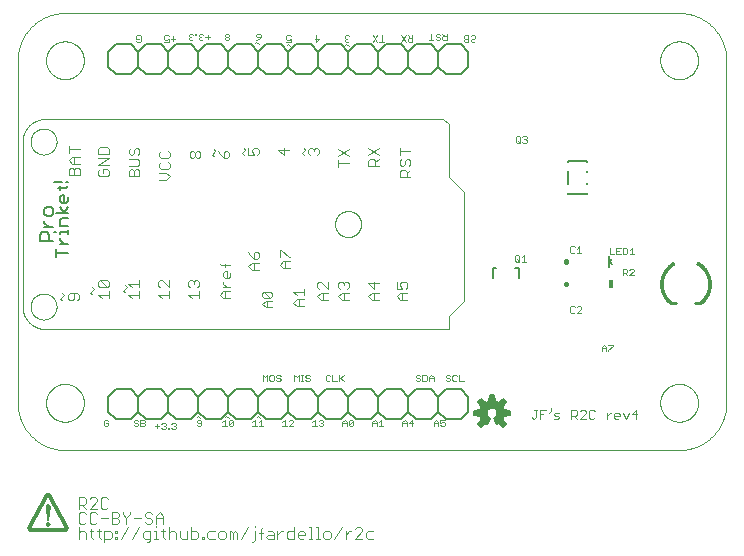
<source format=gto>
G75*
%MOIN*%
%OFA0B0*%
%FSLAX25Y25*%
%IPPOS*%
%LPD*%
%AMOC8*
5,1,8,0,0,1.08239X$1,22.5*
%
%ADD10C,0.00200*%
%ADD11C,0.00300*%
%ADD12C,0.00000*%
%ADD13C,0.00800*%
%ADD14C,0.00600*%
%ADD15R,0.01600X0.02800*%
%ADD16C,0.01600*%
%ADD17C,0.00400*%
%ADD18C,0.00500*%
%ADD19C,0.00100*%
%ADD20C,0.01000*%
%ADD21C,0.00591*%
%ADD22C,0.01200*%
D10*
X0072576Y0042458D02*
X0072943Y0042091D01*
X0073677Y0042091D01*
X0074044Y0042458D01*
X0074044Y0043192D01*
X0073310Y0043192D01*
X0072576Y0043926D02*
X0072943Y0044293D01*
X0073677Y0044293D01*
X0074044Y0043926D01*
X0072576Y0043926D02*
X0072576Y0042458D01*
X0082576Y0042458D02*
X0082943Y0042091D01*
X0083677Y0042091D01*
X0084044Y0042458D01*
X0084044Y0042825D01*
X0083677Y0043192D01*
X0082943Y0043192D01*
X0082576Y0043559D01*
X0082576Y0043926D01*
X0082943Y0044293D01*
X0083677Y0044293D01*
X0084044Y0043926D01*
X0084786Y0044293D02*
X0085887Y0044293D01*
X0086254Y0043926D01*
X0086254Y0043559D01*
X0085887Y0043192D01*
X0084786Y0043192D01*
X0084786Y0042091D02*
X0084786Y0044293D01*
X0085887Y0043192D02*
X0086254Y0042825D01*
X0086254Y0042458D01*
X0085887Y0042091D01*
X0084786Y0042091D01*
X0089576Y0042192D02*
X0091044Y0042192D01*
X0090310Y0042926D02*
X0090310Y0041458D01*
X0091786Y0041458D02*
X0092153Y0041091D01*
X0092887Y0041091D01*
X0093254Y0041458D01*
X0093254Y0041825D01*
X0092887Y0042192D01*
X0092520Y0042192D01*
X0092887Y0042192D02*
X0093254Y0042559D01*
X0093254Y0042926D01*
X0092887Y0043293D01*
X0092153Y0043293D01*
X0091786Y0042926D01*
X0093996Y0041458D02*
X0094363Y0041458D01*
X0094363Y0041091D01*
X0093996Y0041091D01*
X0093996Y0041458D01*
X0095101Y0041458D02*
X0095468Y0041091D01*
X0096202Y0041091D01*
X0096569Y0041458D01*
X0096569Y0041825D01*
X0096202Y0042192D01*
X0095835Y0042192D01*
X0096202Y0042192D02*
X0096569Y0042559D01*
X0096569Y0042926D01*
X0096202Y0043293D01*
X0095468Y0043293D01*
X0095101Y0042926D01*
X0103576Y0042458D02*
X0103943Y0042091D01*
X0104677Y0042091D01*
X0105044Y0042458D01*
X0105044Y0043926D01*
X0104677Y0044293D01*
X0103943Y0044293D01*
X0103576Y0043926D01*
X0103576Y0043559D01*
X0103943Y0043192D01*
X0105044Y0043192D01*
X0104677Y0044926D02*
X0103943Y0045660D01*
X0103576Y0045293D01*
X0104677Y0044926D02*
X0105044Y0045293D01*
X0112076Y0043559D02*
X0112810Y0044293D01*
X0112810Y0042091D01*
X0112076Y0042091D02*
X0113544Y0042091D01*
X0114286Y0042458D02*
X0115754Y0043926D01*
X0115754Y0042458D01*
X0115387Y0042091D01*
X0114653Y0042091D01*
X0114286Y0042458D01*
X0114286Y0043926D01*
X0114653Y0044293D01*
X0115387Y0044293D01*
X0115754Y0043926D01*
X0114544Y0045293D02*
X0114177Y0044926D01*
X0113443Y0045660D01*
X0113076Y0045293D01*
X0122076Y0043559D02*
X0122810Y0044293D01*
X0122810Y0042091D01*
X0122076Y0042091D02*
X0123544Y0042091D01*
X0124286Y0042091D02*
X0125754Y0042091D01*
X0125020Y0042091D02*
X0125020Y0044293D01*
X0124286Y0043559D01*
X0124677Y0044926D02*
X0125044Y0045293D01*
X0124677Y0044926D02*
X0123943Y0045660D01*
X0123576Y0045293D01*
X0132076Y0043559D02*
X0132810Y0044293D01*
X0132810Y0042091D01*
X0132076Y0042091D02*
X0133544Y0042091D01*
X0134286Y0042091D02*
X0135754Y0043559D01*
X0135754Y0043926D01*
X0135387Y0044293D01*
X0134653Y0044293D01*
X0134286Y0043926D01*
X0134286Y0042091D02*
X0135754Y0042091D01*
X0142076Y0042091D02*
X0143544Y0042091D01*
X0142810Y0042091D02*
X0142810Y0044293D01*
X0142076Y0043559D01*
X0144286Y0043926D02*
X0144653Y0044293D01*
X0145387Y0044293D01*
X0145754Y0043926D01*
X0145754Y0043559D01*
X0145387Y0043192D01*
X0145754Y0042825D01*
X0145754Y0042458D01*
X0145387Y0042091D01*
X0144653Y0042091D01*
X0144286Y0042458D01*
X0145020Y0043192D02*
X0145387Y0043192D01*
X0152076Y0043192D02*
X0153544Y0043192D01*
X0153544Y0043559D02*
X0153544Y0042091D01*
X0154286Y0042458D02*
X0154653Y0042091D01*
X0155387Y0042091D01*
X0155754Y0042458D01*
X0155754Y0043926D01*
X0154286Y0042458D01*
X0154286Y0043926D01*
X0154653Y0044293D01*
X0155387Y0044293D01*
X0155754Y0043926D01*
X0153544Y0043559D02*
X0152810Y0044293D01*
X0152076Y0043559D01*
X0152076Y0042091D01*
X0162076Y0042091D02*
X0162076Y0043559D01*
X0162810Y0044293D01*
X0163544Y0043559D01*
X0163544Y0042091D01*
X0164286Y0042091D02*
X0165754Y0042091D01*
X0165020Y0042091D02*
X0165020Y0044293D01*
X0164286Y0043559D01*
X0163544Y0043192D02*
X0162076Y0043192D01*
X0172076Y0043192D02*
X0173544Y0043192D01*
X0173544Y0043559D02*
X0173544Y0042091D01*
X0174286Y0043192D02*
X0175754Y0043192D01*
X0175387Y0044293D02*
X0174286Y0043192D01*
X0173544Y0043559D02*
X0172810Y0044293D01*
X0172076Y0043559D01*
X0172076Y0042091D01*
X0175387Y0042091D02*
X0175387Y0044293D01*
X0182576Y0043559D02*
X0182576Y0042091D01*
X0182576Y0043192D02*
X0184044Y0043192D01*
X0184044Y0043559D02*
X0184044Y0042091D01*
X0184786Y0042458D02*
X0185153Y0042091D01*
X0185887Y0042091D01*
X0186254Y0042458D01*
X0186254Y0043192D01*
X0185887Y0043559D01*
X0185520Y0043559D01*
X0184786Y0043192D01*
X0184786Y0044293D01*
X0186254Y0044293D01*
X0184044Y0043559D02*
X0183310Y0044293D01*
X0182576Y0043559D01*
X0182464Y0057091D02*
X0182464Y0058559D01*
X0181730Y0059293D01*
X0180996Y0058559D01*
X0180996Y0057091D01*
X0180254Y0057458D02*
X0180254Y0058926D01*
X0179887Y0059293D01*
X0178786Y0059293D01*
X0178786Y0057091D01*
X0179887Y0057091D01*
X0180254Y0057458D01*
X0180996Y0058192D02*
X0182464Y0058192D01*
X0186576Y0058559D02*
X0186943Y0058192D01*
X0187677Y0058192D01*
X0188044Y0057825D01*
X0188044Y0057458D01*
X0187677Y0057091D01*
X0186943Y0057091D01*
X0186576Y0057458D01*
X0186576Y0058559D02*
X0186576Y0058926D01*
X0186943Y0059293D01*
X0187677Y0059293D01*
X0188044Y0058926D01*
X0188786Y0058926D02*
X0188786Y0057458D01*
X0189153Y0057091D01*
X0189887Y0057091D01*
X0190254Y0057458D01*
X0190996Y0057091D02*
X0192464Y0057091D01*
X0190996Y0057091D02*
X0190996Y0059293D01*
X0190254Y0058926D02*
X0189887Y0059293D01*
X0189153Y0059293D01*
X0188786Y0058926D01*
X0178044Y0058926D02*
X0177677Y0059293D01*
X0176943Y0059293D01*
X0176576Y0058926D01*
X0176576Y0058559D01*
X0176943Y0058192D01*
X0177677Y0058192D01*
X0178044Y0057825D01*
X0178044Y0057458D01*
X0177677Y0057091D01*
X0176943Y0057091D01*
X0176576Y0057458D01*
X0152464Y0057091D02*
X0151363Y0058192D01*
X0150996Y0057825D02*
X0152464Y0059293D01*
X0150996Y0059293D02*
X0150996Y0057091D01*
X0150254Y0057091D02*
X0148786Y0057091D01*
X0148786Y0059293D01*
X0148044Y0058926D02*
X0147677Y0059293D01*
X0146943Y0059293D01*
X0146576Y0058926D01*
X0146576Y0057458D01*
X0146943Y0057091D01*
X0147677Y0057091D01*
X0148044Y0057458D01*
X0141227Y0057458D02*
X0140860Y0057091D01*
X0140126Y0057091D01*
X0139760Y0057458D01*
X0140126Y0058192D02*
X0140860Y0058192D01*
X0141227Y0057825D01*
X0141227Y0057458D01*
X0140126Y0058192D02*
X0139760Y0058559D01*
X0139760Y0058926D01*
X0140126Y0059293D01*
X0140860Y0059293D01*
X0141227Y0058926D01*
X0139020Y0059293D02*
X0138286Y0059293D01*
X0138653Y0059293D02*
X0138653Y0057091D01*
X0138286Y0057091D02*
X0139020Y0057091D01*
X0137544Y0057091D02*
X0137544Y0059293D01*
X0136810Y0058559D01*
X0136076Y0059293D01*
X0136076Y0057091D01*
X0131464Y0057458D02*
X0131097Y0057091D01*
X0130363Y0057091D01*
X0129996Y0057458D01*
X0129254Y0057458D02*
X0129254Y0058926D01*
X0128887Y0059293D01*
X0128153Y0059293D01*
X0127786Y0058926D01*
X0127786Y0057458D01*
X0128153Y0057091D01*
X0128887Y0057091D01*
X0129254Y0057458D01*
X0129996Y0058559D02*
X0130363Y0058192D01*
X0131097Y0058192D01*
X0131464Y0057825D01*
X0131464Y0057458D01*
X0131464Y0058926D02*
X0131097Y0059293D01*
X0130363Y0059293D01*
X0129996Y0058926D01*
X0129996Y0058559D01*
X0127044Y0059293D02*
X0127044Y0057091D01*
X0125576Y0057091D02*
X0125576Y0059293D01*
X0126310Y0058559D01*
X0127044Y0059293D01*
X0209645Y0097351D02*
X0210012Y0096985D01*
X0210746Y0096985D01*
X0211113Y0097351D01*
X0211113Y0098819D01*
X0210746Y0099186D01*
X0210012Y0099186D01*
X0209645Y0098819D01*
X0209645Y0097351D01*
X0210379Y0097718D02*
X0211113Y0096985D01*
X0211855Y0096985D02*
X0213323Y0096985D01*
X0212589Y0096985D02*
X0212589Y0099186D01*
X0211855Y0098452D01*
X0228076Y0100208D02*
X0228443Y0099841D01*
X0229177Y0099841D01*
X0229544Y0100208D01*
X0230286Y0099841D02*
X0231754Y0099841D01*
X0231020Y0099841D02*
X0231020Y0102043D01*
X0230286Y0101309D01*
X0229544Y0101676D02*
X0229177Y0102043D01*
X0228443Y0102043D01*
X0228076Y0101676D01*
X0228076Y0100208D01*
X0241237Y0099441D02*
X0242705Y0099441D01*
X0243447Y0099441D02*
X0244915Y0099441D01*
X0245657Y0099441D02*
X0246758Y0099441D01*
X0247124Y0099808D01*
X0247124Y0101276D01*
X0246758Y0101643D01*
X0245657Y0101643D01*
X0245657Y0099441D01*
X0244181Y0100542D02*
X0243447Y0100542D01*
X0243447Y0101643D02*
X0243447Y0099441D01*
X0243447Y0101643D02*
X0244915Y0101643D01*
X0247866Y0100909D02*
X0248600Y0101643D01*
X0248600Y0099441D01*
X0247866Y0099441D02*
X0249334Y0099441D01*
X0241237Y0099441D02*
X0241237Y0101643D01*
X0245576Y0094543D02*
X0246677Y0094543D01*
X0247044Y0094176D01*
X0247044Y0093442D01*
X0246677Y0093075D01*
X0245576Y0093075D01*
X0245576Y0092341D02*
X0245576Y0094543D01*
X0246310Y0093075D02*
X0247044Y0092341D01*
X0247786Y0092341D02*
X0249254Y0093809D01*
X0249254Y0094176D01*
X0248887Y0094543D01*
X0248153Y0094543D01*
X0247786Y0094176D01*
X0247786Y0092341D02*
X0249254Y0092341D01*
X0231754Y0081676D02*
X0231387Y0082043D01*
X0230653Y0082043D01*
X0230286Y0081676D01*
X0229544Y0081676D02*
X0229177Y0082043D01*
X0228443Y0082043D01*
X0228076Y0081676D01*
X0228076Y0080208D01*
X0228443Y0079841D01*
X0229177Y0079841D01*
X0229544Y0080208D01*
X0230286Y0079841D02*
X0231754Y0081309D01*
X0231754Y0081676D01*
X0231754Y0079841D02*
X0230286Y0079841D01*
X0239310Y0069293D02*
X0240044Y0068559D01*
X0240044Y0067091D01*
X0240786Y0067091D02*
X0240786Y0067458D01*
X0242254Y0068926D01*
X0242254Y0069293D01*
X0240786Y0069293D01*
X0240044Y0068192D02*
X0238576Y0068192D01*
X0238576Y0068559D02*
X0239310Y0069293D01*
X0238576Y0068559D02*
X0238576Y0067091D01*
X0213137Y0136591D02*
X0212403Y0136591D01*
X0212036Y0136958D01*
X0211294Y0136958D02*
X0211294Y0138426D01*
X0210927Y0138793D01*
X0210193Y0138793D01*
X0209826Y0138426D01*
X0209826Y0136958D01*
X0210193Y0136591D01*
X0210927Y0136591D01*
X0211294Y0136958D01*
X0211294Y0136591D02*
X0210560Y0137325D01*
X0212036Y0138426D02*
X0212403Y0138793D01*
X0213137Y0138793D01*
X0213504Y0138426D01*
X0213504Y0138059D01*
X0213137Y0137692D01*
X0213504Y0137325D01*
X0213504Y0136958D01*
X0213137Y0136591D01*
X0213137Y0137692D02*
X0212770Y0137692D01*
X0195929Y0170191D02*
X0196296Y0170558D01*
X0195929Y0170191D02*
X0195195Y0170191D01*
X0194828Y0170558D01*
X0194828Y0170925D01*
X0195195Y0171292D01*
X0195929Y0171292D01*
X0196296Y0171659D01*
X0196296Y0172026D01*
X0195929Y0172393D01*
X0195195Y0172393D01*
X0194828Y0172026D01*
X0194086Y0172393D02*
X0192985Y0172393D01*
X0192618Y0172026D01*
X0192618Y0171659D01*
X0192985Y0171292D01*
X0194086Y0171292D01*
X0192985Y0171292D02*
X0192618Y0170925D01*
X0192618Y0170558D01*
X0192985Y0170191D01*
X0194086Y0170191D01*
X0194086Y0172393D01*
X0186876Y0172157D02*
X0185775Y0172157D01*
X0185408Y0171790D01*
X0185408Y0171056D01*
X0185775Y0170689D01*
X0186876Y0170689D01*
X0186876Y0172891D01*
X0186142Y0172157D02*
X0185408Y0172891D01*
X0184666Y0172524D02*
X0184300Y0172891D01*
X0183566Y0172891D01*
X0183199Y0172524D01*
X0183199Y0172157D01*
X0183566Y0171790D01*
X0184300Y0171790D01*
X0184666Y0171423D01*
X0184666Y0171056D01*
X0184300Y0170689D01*
X0183566Y0170689D01*
X0183199Y0171056D01*
X0182457Y0170689D02*
X0180989Y0170689D01*
X0181723Y0170689D02*
X0181723Y0172891D01*
X0175376Y0172391D02*
X0175376Y0170189D01*
X0174275Y0170189D01*
X0173908Y0170556D01*
X0173908Y0171290D01*
X0174275Y0171657D01*
X0175376Y0171657D01*
X0174642Y0171657D02*
X0173908Y0172391D01*
X0173166Y0172391D02*
X0171699Y0170189D01*
X0173166Y0170189D02*
X0171699Y0172391D01*
X0165876Y0170189D02*
X0164408Y0170189D01*
X0165142Y0170189D02*
X0165142Y0172391D01*
X0163666Y0172391D02*
X0162199Y0170189D01*
X0163666Y0170189D02*
X0162199Y0172391D01*
X0154376Y0172024D02*
X0154009Y0172391D01*
X0153275Y0172391D01*
X0152908Y0172024D01*
X0152908Y0171657D01*
X0153275Y0171290D01*
X0153642Y0171290D01*
X0153275Y0171290D02*
X0152908Y0170923D01*
X0152908Y0170556D01*
X0153275Y0170189D01*
X0154009Y0170189D01*
X0154376Y0170556D01*
X0154544Y0169293D02*
X0154177Y0168926D01*
X0153443Y0169660D01*
X0153076Y0169293D01*
X0144376Y0171290D02*
X0142908Y0171290D01*
X0143275Y0172391D02*
X0143275Y0170189D01*
X0144376Y0171290D01*
X0134876Y0171290D02*
X0134142Y0170923D01*
X0133775Y0170923D01*
X0133408Y0171290D01*
X0133408Y0172024D01*
X0133775Y0172391D01*
X0134509Y0172391D01*
X0134876Y0172024D01*
X0134876Y0171290D02*
X0134876Y0170189D01*
X0133408Y0170189D01*
X0133943Y0169660D02*
X0134677Y0168926D01*
X0135044Y0169293D01*
X0133943Y0169660D02*
X0133576Y0169293D01*
X0124544Y0169793D02*
X0124177Y0169426D01*
X0123443Y0170160D01*
X0123076Y0169793D01*
X0123408Y0170689D02*
X0124142Y0171056D01*
X0124876Y0171790D01*
X0123775Y0171790D01*
X0123408Y0172157D01*
X0123408Y0172524D01*
X0123775Y0172891D01*
X0124509Y0172891D01*
X0124876Y0172524D01*
X0124876Y0171790D01*
X0114376Y0172157D02*
X0114009Y0171790D01*
X0113275Y0171790D01*
X0112908Y0172157D01*
X0112908Y0172524D01*
X0113275Y0172891D01*
X0114009Y0172891D01*
X0114376Y0172524D01*
X0114376Y0172157D01*
X0114009Y0171790D02*
X0114376Y0171423D01*
X0114376Y0171056D01*
X0114009Y0170689D01*
X0113275Y0170689D01*
X0112908Y0171056D01*
X0112908Y0171423D01*
X0113275Y0171790D01*
X0107876Y0171790D02*
X0106408Y0171790D01*
X0107142Y0171056D02*
X0107142Y0172524D01*
X0105666Y0172524D02*
X0105300Y0172891D01*
X0104566Y0172891D01*
X0104199Y0172524D01*
X0104199Y0172157D01*
X0104566Y0171790D01*
X0104933Y0171790D01*
X0104566Y0171790D02*
X0104199Y0171423D01*
X0104199Y0171056D01*
X0104566Y0170689D01*
X0105300Y0170689D01*
X0105666Y0171056D01*
X0103457Y0172524D02*
X0103090Y0172524D01*
X0103090Y0172891D01*
X0103457Y0172891D01*
X0103457Y0172524D01*
X0102352Y0172524D02*
X0101985Y0172891D01*
X0101251Y0172891D01*
X0100884Y0172524D01*
X0100884Y0172157D01*
X0101251Y0171790D01*
X0101618Y0171790D01*
X0101251Y0171790D02*
X0100884Y0171423D01*
X0100884Y0171056D01*
X0101251Y0170689D01*
X0101985Y0170689D01*
X0102352Y0171056D01*
X0096376Y0171290D02*
X0094908Y0171290D01*
X0094166Y0171290D02*
X0093433Y0170923D01*
X0093066Y0170923D01*
X0092699Y0171290D01*
X0092699Y0172024D01*
X0093066Y0172391D01*
X0093800Y0172391D01*
X0094166Y0172024D01*
X0094166Y0171290D02*
X0094166Y0170189D01*
X0092699Y0170189D01*
X0095642Y0170556D02*
X0095642Y0172024D01*
X0084876Y0172024D02*
X0084876Y0170556D01*
X0084509Y0170189D01*
X0083775Y0170189D01*
X0083408Y0170556D01*
X0083408Y0171290D02*
X0084142Y0171290D01*
X0083408Y0171290D02*
X0083408Y0172024D01*
X0083775Y0172391D01*
X0084509Y0172391D01*
X0084876Y0172024D01*
D11*
X0216094Y0047543D02*
X0217061Y0047543D01*
X0216578Y0047543D02*
X0216578Y0045125D01*
X0216094Y0044641D01*
X0215610Y0044641D01*
X0215126Y0045125D01*
X0218073Y0044641D02*
X0218073Y0047543D01*
X0220008Y0047543D01*
X0221019Y0046576D02*
X0221503Y0047060D01*
X0221503Y0048027D01*
X0222976Y0046576D02*
X0224428Y0046576D01*
X0223944Y0045608D02*
X0222976Y0045608D01*
X0222493Y0046092D01*
X0222976Y0046576D01*
X0223944Y0045608D02*
X0224428Y0045125D01*
X0223944Y0044641D01*
X0222493Y0044641D01*
X0219040Y0046092D02*
X0218073Y0046092D01*
X0228386Y0045608D02*
X0229837Y0045608D01*
X0230321Y0046092D01*
X0230321Y0047060D01*
X0229837Y0047543D01*
X0228386Y0047543D01*
X0228386Y0044641D01*
X0229353Y0045608D02*
X0230321Y0044641D01*
X0231332Y0044641D02*
X0233267Y0046576D01*
X0233267Y0047060D01*
X0232783Y0047543D01*
X0231816Y0047543D01*
X0231332Y0047060D01*
X0231332Y0044641D02*
X0233267Y0044641D01*
X0234279Y0045125D02*
X0234279Y0047060D01*
X0234762Y0047543D01*
X0235730Y0047543D01*
X0236214Y0047060D01*
X0236214Y0045125D02*
X0235730Y0044641D01*
X0234762Y0044641D01*
X0234279Y0045125D01*
X0240172Y0045608D02*
X0241139Y0046576D01*
X0241623Y0046576D01*
X0242627Y0046092D02*
X0243111Y0046576D01*
X0244078Y0046576D01*
X0244562Y0046092D01*
X0244562Y0045608D01*
X0242627Y0045608D01*
X0242627Y0045125D02*
X0242627Y0046092D01*
X0242627Y0045125D02*
X0243111Y0044641D01*
X0244078Y0044641D01*
X0245574Y0046576D02*
X0246541Y0044641D01*
X0247509Y0046576D01*
X0248520Y0046092D02*
X0250455Y0046092D01*
X0249971Y0044641D02*
X0249971Y0047543D01*
X0248520Y0046092D01*
X0240172Y0046576D02*
X0240172Y0044641D01*
X0162357Y0007110D02*
X0160505Y0007110D01*
X0159888Y0006492D01*
X0159888Y0005258D01*
X0160505Y0004641D01*
X0162357Y0004641D01*
X0158674Y0004641D02*
X0156205Y0004641D01*
X0158674Y0007110D01*
X0158674Y0007727D01*
X0158057Y0008344D01*
X0156822Y0008344D01*
X0156205Y0007727D01*
X0154987Y0007110D02*
X0154370Y0007110D01*
X0153136Y0005875D01*
X0153136Y0004641D02*
X0153136Y0007110D01*
X0151921Y0008344D02*
X0149453Y0004641D01*
X0148238Y0005258D02*
X0148238Y0006492D01*
X0147621Y0007110D01*
X0146387Y0007110D01*
X0145769Y0006492D01*
X0145769Y0005258D01*
X0146387Y0004641D01*
X0147621Y0004641D01*
X0148238Y0005258D01*
X0144548Y0004641D02*
X0143314Y0004641D01*
X0143931Y0004641D02*
X0143931Y0008344D01*
X0143314Y0008344D01*
X0141476Y0008344D02*
X0141476Y0004641D01*
X0140859Y0004641D02*
X0142093Y0004641D01*
X0139644Y0005875D02*
X0137175Y0005875D01*
X0137175Y0005258D02*
X0137175Y0006492D01*
X0137793Y0007110D01*
X0139027Y0007110D01*
X0139644Y0006492D01*
X0139644Y0005875D01*
X0139027Y0004641D02*
X0137793Y0004641D01*
X0137175Y0005258D01*
X0135961Y0004641D02*
X0134109Y0004641D01*
X0133492Y0005258D01*
X0133492Y0006492D01*
X0134109Y0007110D01*
X0135961Y0007110D01*
X0135961Y0008344D02*
X0135961Y0004641D01*
X0132275Y0007110D02*
X0131657Y0007110D01*
X0130423Y0005875D01*
X0129209Y0005875D02*
X0127357Y0005875D01*
X0126740Y0005258D01*
X0127357Y0004641D01*
X0129209Y0004641D01*
X0129209Y0006492D01*
X0128591Y0007110D01*
X0127357Y0007110D01*
X0125519Y0006492D02*
X0124284Y0006492D01*
X0123063Y0007110D02*
X0123063Y0004024D01*
X0122446Y0003406D01*
X0121829Y0003406D01*
X0124902Y0004641D02*
X0124902Y0007727D01*
X0125519Y0008344D01*
X0123063Y0008344D02*
X0123063Y0008961D01*
X0120615Y0008344D02*
X0118146Y0004641D01*
X0116931Y0004641D02*
X0116931Y0006492D01*
X0116314Y0007110D01*
X0115697Y0006492D01*
X0115697Y0004641D01*
X0114463Y0004641D02*
X0114463Y0007110D01*
X0115080Y0007110D01*
X0115697Y0006492D01*
X0113248Y0006492D02*
X0113248Y0005258D01*
X0112631Y0004641D01*
X0111397Y0004641D01*
X0110780Y0005258D01*
X0110780Y0006492D01*
X0111397Y0007110D01*
X0112631Y0007110D01*
X0113248Y0006492D01*
X0109565Y0007110D02*
X0107714Y0007110D01*
X0107096Y0006492D01*
X0107096Y0005258D01*
X0107714Y0004641D01*
X0109565Y0004641D01*
X0105872Y0004641D02*
X0105255Y0004641D01*
X0105255Y0005258D01*
X0105872Y0005258D01*
X0105872Y0004641D01*
X0104040Y0005258D02*
X0104040Y0006492D01*
X0103423Y0007110D01*
X0101572Y0007110D01*
X0100357Y0007110D02*
X0100357Y0004641D01*
X0098506Y0004641D01*
X0097889Y0005258D01*
X0097889Y0007110D01*
X0096674Y0006492D02*
X0096674Y0004641D01*
X0096674Y0006492D02*
X0096057Y0007110D01*
X0094823Y0007110D01*
X0094205Y0006492D01*
X0092984Y0007110D02*
X0091750Y0007110D01*
X0092367Y0007727D02*
X0092367Y0005258D01*
X0092984Y0004641D01*
X0094205Y0004641D02*
X0094205Y0008344D01*
X0092377Y0009641D02*
X0092377Y0012110D01*
X0091143Y0013344D01*
X0089908Y0012110D01*
X0089908Y0009641D01*
X0089912Y0008961D02*
X0089912Y0008344D01*
X0089912Y0007110D02*
X0089912Y0004641D01*
X0089295Y0004641D02*
X0090529Y0004641D01*
X0088080Y0004641D02*
X0086229Y0004641D01*
X0085611Y0005258D01*
X0085611Y0006492D01*
X0086229Y0007110D01*
X0088080Y0007110D01*
X0088080Y0004024D01*
X0087463Y0003406D01*
X0086846Y0003406D01*
X0089295Y0007110D02*
X0089912Y0007110D01*
X0088077Y0009641D02*
X0086842Y0009641D01*
X0086225Y0010258D01*
X0086842Y0011492D02*
X0088077Y0011492D01*
X0088694Y0010875D01*
X0088694Y0010258D01*
X0088077Y0009641D01*
X0086842Y0011492D02*
X0086225Y0012110D01*
X0086225Y0012727D01*
X0086842Y0013344D01*
X0088077Y0013344D01*
X0088694Y0012727D01*
X0089908Y0011492D02*
X0092377Y0011492D01*
X0085011Y0011492D02*
X0082542Y0011492D01*
X0081328Y0012727D02*
X0081328Y0013344D01*
X0081328Y0012727D02*
X0080093Y0011492D01*
X0080093Y0009641D01*
X0080714Y0008344D02*
X0078245Y0004641D01*
X0077021Y0004641D02*
X0076404Y0004641D01*
X0076404Y0005258D01*
X0077021Y0005258D01*
X0077021Y0004641D01*
X0077021Y0006492D02*
X0076404Y0006492D01*
X0076404Y0007110D01*
X0077021Y0007110D01*
X0077021Y0006492D01*
X0075189Y0006492D02*
X0075189Y0005258D01*
X0074572Y0004641D01*
X0072720Y0004641D01*
X0071499Y0004641D02*
X0070882Y0005258D01*
X0070882Y0007727D01*
X0070265Y0007110D02*
X0071499Y0007110D01*
X0072720Y0007110D02*
X0074572Y0007110D01*
X0075189Y0006492D01*
X0072720Y0007110D02*
X0072720Y0003406D01*
X0069044Y0004641D02*
X0068427Y0005258D01*
X0068427Y0007727D01*
X0067810Y0007110D02*
X0069044Y0007110D01*
X0066595Y0006492D02*
X0066595Y0004641D01*
X0066595Y0006492D02*
X0065978Y0007110D01*
X0064744Y0007110D01*
X0064126Y0006492D01*
X0064126Y0004641D02*
X0064126Y0008344D01*
X0064744Y0009641D02*
X0065978Y0009641D01*
X0066595Y0010258D01*
X0067810Y0010258D02*
X0068427Y0009641D01*
X0069661Y0009641D01*
X0070278Y0010258D01*
X0071493Y0011492D02*
X0073961Y0011492D01*
X0075176Y0011492D02*
X0077027Y0011492D01*
X0077645Y0010875D01*
X0077645Y0010258D01*
X0077027Y0009641D01*
X0075176Y0009641D01*
X0075176Y0013344D01*
X0077027Y0013344D01*
X0077645Y0012727D01*
X0077645Y0012110D01*
X0077027Y0011492D01*
X0078859Y0012727D02*
X0080093Y0011492D01*
X0078859Y0012727D02*
X0078859Y0013344D01*
X0073961Y0015258D02*
X0073344Y0014641D01*
X0072110Y0014641D01*
X0071493Y0015258D01*
X0071493Y0017727D01*
X0072110Y0018344D01*
X0073344Y0018344D01*
X0073961Y0017727D01*
X0070278Y0017727D02*
X0069661Y0018344D01*
X0068427Y0018344D01*
X0067810Y0017727D01*
X0066595Y0017727D02*
X0066595Y0016492D01*
X0065978Y0015875D01*
X0064126Y0015875D01*
X0064126Y0014641D02*
X0064126Y0018344D01*
X0065978Y0018344D01*
X0066595Y0017727D01*
X0065361Y0015875D02*
X0066595Y0014641D01*
X0067810Y0014641D02*
X0070278Y0017110D01*
X0070278Y0017727D01*
X0070278Y0014641D02*
X0067810Y0014641D01*
X0068427Y0013344D02*
X0067810Y0012727D01*
X0067810Y0010258D01*
X0066595Y0012727D02*
X0065978Y0013344D01*
X0064744Y0013344D01*
X0064126Y0012727D01*
X0064126Y0010258D01*
X0064744Y0009641D01*
X0068427Y0013344D02*
X0069661Y0013344D01*
X0070278Y0012727D01*
X0081928Y0004641D02*
X0084397Y0008344D01*
X0101572Y0008344D02*
X0101572Y0004641D01*
X0103423Y0004641D01*
X0104040Y0005258D01*
X0130423Y0004641D02*
X0130423Y0007110D01*
X0140859Y0008344D02*
X0141476Y0008344D01*
D12*
X0059614Y0034156D02*
X0264339Y0034156D01*
X0258040Y0049904D02*
X0258042Y0050062D01*
X0258048Y0050220D01*
X0258058Y0050378D01*
X0258072Y0050536D01*
X0258090Y0050693D01*
X0258111Y0050850D01*
X0258137Y0051006D01*
X0258167Y0051162D01*
X0258200Y0051317D01*
X0258238Y0051470D01*
X0258279Y0051623D01*
X0258324Y0051775D01*
X0258373Y0051926D01*
X0258426Y0052075D01*
X0258482Y0052223D01*
X0258542Y0052369D01*
X0258606Y0052514D01*
X0258674Y0052657D01*
X0258745Y0052799D01*
X0258819Y0052939D01*
X0258897Y0053076D01*
X0258979Y0053212D01*
X0259063Y0053346D01*
X0259152Y0053477D01*
X0259243Y0053606D01*
X0259338Y0053733D01*
X0259435Y0053858D01*
X0259536Y0053980D01*
X0259640Y0054099D01*
X0259747Y0054216D01*
X0259857Y0054330D01*
X0259970Y0054441D01*
X0260085Y0054550D01*
X0260203Y0054655D01*
X0260324Y0054757D01*
X0260447Y0054857D01*
X0260573Y0054953D01*
X0260701Y0055046D01*
X0260831Y0055136D01*
X0260964Y0055222D01*
X0261099Y0055306D01*
X0261235Y0055385D01*
X0261374Y0055462D01*
X0261515Y0055534D01*
X0261657Y0055604D01*
X0261801Y0055669D01*
X0261947Y0055731D01*
X0262094Y0055789D01*
X0262243Y0055844D01*
X0262393Y0055895D01*
X0262544Y0055942D01*
X0262696Y0055985D01*
X0262849Y0056024D01*
X0263004Y0056060D01*
X0263159Y0056091D01*
X0263315Y0056119D01*
X0263471Y0056143D01*
X0263628Y0056163D01*
X0263786Y0056179D01*
X0263943Y0056191D01*
X0264102Y0056199D01*
X0264260Y0056203D01*
X0264418Y0056203D01*
X0264576Y0056199D01*
X0264735Y0056191D01*
X0264892Y0056179D01*
X0265050Y0056163D01*
X0265207Y0056143D01*
X0265363Y0056119D01*
X0265519Y0056091D01*
X0265674Y0056060D01*
X0265829Y0056024D01*
X0265982Y0055985D01*
X0266134Y0055942D01*
X0266285Y0055895D01*
X0266435Y0055844D01*
X0266584Y0055789D01*
X0266731Y0055731D01*
X0266877Y0055669D01*
X0267021Y0055604D01*
X0267163Y0055534D01*
X0267304Y0055462D01*
X0267443Y0055385D01*
X0267579Y0055306D01*
X0267714Y0055222D01*
X0267847Y0055136D01*
X0267977Y0055046D01*
X0268105Y0054953D01*
X0268231Y0054857D01*
X0268354Y0054757D01*
X0268475Y0054655D01*
X0268593Y0054550D01*
X0268708Y0054441D01*
X0268821Y0054330D01*
X0268931Y0054216D01*
X0269038Y0054099D01*
X0269142Y0053980D01*
X0269243Y0053858D01*
X0269340Y0053733D01*
X0269435Y0053606D01*
X0269526Y0053477D01*
X0269615Y0053346D01*
X0269699Y0053212D01*
X0269781Y0053076D01*
X0269859Y0052939D01*
X0269933Y0052799D01*
X0270004Y0052657D01*
X0270072Y0052514D01*
X0270136Y0052369D01*
X0270196Y0052223D01*
X0270252Y0052075D01*
X0270305Y0051926D01*
X0270354Y0051775D01*
X0270399Y0051623D01*
X0270440Y0051470D01*
X0270478Y0051317D01*
X0270511Y0051162D01*
X0270541Y0051006D01*
X0270567Y0050850D01*
X0270588Y0050693D01*
X0270606Y0050536D01*
X0270620Y0050378D01*
X0270630Y0050220D01*
X0270636Y0050062D01*
X0270638Y0049904D01*
X0270636Y0049746D01*
X0270630Y0049588D01*
X0270620Y0049430D01*
X0270606Y0049272D01*
X0270588Y0049115D01*
X0270567Y0048958D01*
X0270541Y0048802D01*
X0270511Y0048646D01*
X0270478Y0048491D01*
X0270440Y0048338D01*
X0270399Y0048185D01*
X0270354Y0048033D01*
X0270305Y0047882D01*
X0270252Y0047733D01*
X0270196Y0047585D01*
X0270136Y0047439D01*
X0270072Y0047294D01*
X0270004Y0047151D01*
X0269933Y0047009D01*
X0269859Y0046869D01*
X0269781Y0046732D01*
X0269699Y0046596D01*
X0269615Y0046462D01*
X0269526Y0046331D01*
X0269435Y0046202D01*
X0269340Y0046075D01*
X0269243Y0045950D01*
X0269142Y0045828D01*
X0269038Y0045709D01*
X0268931Y0045592D01*
X0268821Y0045478D01*
X0268708Y0045367D01*
X0268593Y0045258D01*
X0268475Y0045153D01*
X0268354Y0045051D01*
X0268231Y0044951D01*
X0268105Y0044855D01*
X0267977Y0044762D01*
X0267847Y0044672D01*
X0267714Y0044586D01*
X0267579Y0044502D01*
X0267443Y0044423D01*
X0267304Y0044346D01*
X0267163Y0044274D01*
X0267021Y0044204D01*
X0266877Y0044139D01*
X0266731Y0044077D01*
X0266584Y0044019D01*
X0266435Y0043964D01*
X0266285Y0043913D01*
X0266134Y0043866D01*
X0265982Y0043823D01*
X0265829Y0043784D01*
X0265674Y0043748D01*
X0265519Y0043717D01*
X0265363Y0043689D01*
X0265207Y0043665D01*
X0265050Y0043645D01*
X0264892Y0043629D01*
X0264735Y0043617D01*
X0264576Y0043609D01*
X0264418Y0043605D01*
X0264260Y0043605D01*
X0264102Y0043609D01*
X0263943Y0043617D01*
X0263786Y0043629D01*
X0263628Y0043645D01*
X0263471Y0043665D01*
X0263315Y0043689D01*
X0263159Y0043717D01*
X0263004Y0043748D01*
X0262849Y0043784D01*
X0262696Y0043823D01*
X0262544Y0043866D01*
X0262393Y0043913D01*
X0262243Y0043964D01*
X0262094Y0044019D01*
X0261947Y0044077D01*
X0261801Y0044139D01*
X0261657Y0044204D01*
X0261515Y0044274D01*
X0261374Y0044346D01*
X0261235Y0044423D01*
X0261099Y0044502D01*
X0260964Y0044586D01*
X0260831Y0044672D01*
X0260701Y0044762D01*
X0260573Y0044855D01*
X0260447Y0044951D01*
X0260324Y0045051D01*
X0260203Y0045153D01*
X0260085Y0045258D01*
X0259970Y0045367D01*
X0259857Y0045478D01*
X0259747Y0045592D01*
X0259640Y0045709D01*
X0259536Y0045828D01*
X0259435Y0045950D01*
X0259338Y0046075D01*
X0259243Y0046202D01*
X0259152Y0046331D01*
X0259063Y0046462D01*
X0258979Y0046596D01*
X0258897Y0046732D01*
X0258819Y0046869D01*
X0258745Y0047009D01*
X0258674Y0047151D01*
X0258606Y0047294D01*
X0258542Y0047439D01*
X0258482Y0047585D01*
X0258426Y0047733D01*
X0258373Y0047882D01*
X0258324Y0048033D01*
X0258279Y0048185D01*
X0258238Y0048338D01*
X0258200Y0048491D01*
X0258167Y0048646D01*
X0258137Y0048802D01*
X0258111Y0048958D01*
X0258090Y0049115D01*
X0258072Y0049272D01*
X0258058Y0049430D01*
X0258048Y0049588D01*
X0258042Y0049746D01*
X0258040Y0049904D01*
X0264339Y0034156D02*
X0264720Y0034161D01*
X0265100Y0034174D01*
X0265480Y0034197D01*
X0265859Y0034230D01*
X0266237Y0034271D01*
X0266614Y0034321D01*
X0266990Y0034381D01*
X0267365Y0034449D01*
X0267737Y0034527D01*
X0268108Y0034614D01*
X0268476Y0034709D01*
X0268842Y0034814D01*
X0269205Y0034927D01*
X0269566Y0035049D01*
X0269923Y0035179D01*
X0270277Y0035319D01*
X0270628Y0035466D01*
X0270975Y0035623D01*
X0271318Y0035787D01*
X0271657Y0035960D01*
X0271992Y0036141D01*
X0272323Y0036330D01*
X0272648Y0036527D01*
X0272969Y0036731D01*
X0273285Y0036944D01*
X0273595Y0037164D01*
X0273901Y0037391D01*
X0274200Y0037626D01*
X0274494Y0037868D01*
X0274782Y0038116D01*
X0275064Y0038372D01*
X0275339Y0038635D01*
X0275608Y0038904D01*
X0275871Y0039179D01*
X0276127Y0039461D01*
X0276375Y0039749D01*
X0276617Y0040043D01*
X0276852Y0040342D01*
X0277079Y0040648D01*
X0277299Y0040958D01*
X0277512Y0041274D01*
X0277716Y0041595D01*
X0277913Y0041920D01*
X0278102Y0042251D01*
X0278283Y0042586D01*
X0278456Y0042925D01*
X0278620Y0043268D01*
X0278777Y0043615D01*
X0278924Y0043966D01*
X0279064Y0044320D01*
X0279194Y0044677D01*
X0279316Y0045038D01*
X0279429Y0045401D01*
X0279534Y0045767D01*
X0279629Y0046135D01*
X0279716Y0046506D01*
X0279794Y0046878D01*
X0279862Y0047253D01*
X0279922Y0047629D01*
X0279972Y0048006D01*
X0280013Y0048384D01*
X0280046Y0048763D01*
X0280069Y0049143D01*
X0280082Y0049523D01*
X0280087Y0049904D01*
X0280087Y0164077D01*
X0258040Y0164077D02*
X0258042Y0164235D01*
X0258048Y0164393D01*
X0258058Y0164551D01*
X0258072Y0164709D01*
X0258090Y0164866D01*
X0258111Y0165023D01*
X0258137Y0165179D01*
X0258167Y0165335D01*
X0258200Y0165490D01*
X0258238Y0165643D01*
X0258279Y0165796D01*
X0258324Y0165948D01*
X0258373Y0166099D01*
X0258426Y0166248D01*
X0258482Y0166396D01*
X0258542Y0166542D01*
X0258606Y0166687D01*
X0258674Y0166830D01*
X0258745Y0166972D01*
X0258819Y0167112D01*
X0258897Y0167249D01*
X0258979Y0167385D01*
X0259063Y0167519D01*
X0259152Y0167650D01*
X0259243Y0167779D01*
X0259338Y0167906D01*
X0259435Y0168031D01*
X0259536Y0168153D01*
X0259640Y0168272D01*
X0259747Y0168389D01*
X0259857Y0168503D01*
X0259970Y0168614D01*
X0260085Y0168723D01*
X0260203Y0168828D01*
X0260324Y0168930D01*
X0260447Y0169030D01*
X0260573Y0169126D01*
X0260701Y0169219D01*
X0260831Y0169309D01*
X0260964Y0169395D01*
X0261099Y0169479D01*
X0261235Y0169558D01*
X0261374Y0169635D01*
X0261515Y0169707D01*
X0261657Y0169777D01*
X0261801Y0169842D01*
X0261947Y0169904D01*
X0262094Y0169962D01*
X0262243Y0170017D01*
X0262393Y0170068D01*
X0262544Y0170115D01*
X0262696Y0170158D01*
X0262849Y0170197D01*
X0263004Y0170233D01*
X0263159Y0170264D01*
X0263315Y0170292D01*
X0263471Y0170316D01*
X0263628Y0170336D01*
X0263786Y0170352D01*
X0263943Y0170364D01*
X0264102Y0170372D01*
X0264260Y0170376D01*
X0264418Y0170376D01*
X0264576Y0170372D01*
X0264735Y0170364D01*
X0264892Y0170352D01*
X0265050Y0170336D01*
X0265207Y0170316D01*
X0265363Y0170292D01*
X0265519Y0170264D01*
X0265674Y0170233D01*
X0265829Y0170197D01*
X0265982Y0170158D01*
X0266134Y0170115D01*
X0266285Y0170068D01*
X0266435Y0170017D01*
X0266584Y0169962D01*
X0266731Y0169904D01*
X0266877Y0169842D01*
X0267021Y0169777D01*
X0267163Y0169707D01*
X0267304Y0169635D01*
X0267443Y0169558D01*
X0267579Y0169479D01*
X0267714Y0169395D01*
X0267847Y0169309D01*
X0267977Y0169219D01*
X0268105Y0169126D01*
X0268231Y0169030D01*
X0268354Y0168930D01*
X0268475Y0168828D01*
X0268593Y0168723D01*
X0268708Y0168614D01*
X0268821Y0168503D01*
X0268931Y0168389D01*
X0269038Y0168272D01*
X0269142Y0168153D01*
X0269243Y0168031D01*
X0269340Y0167906D01*
X0269435Y0167779D01*
X0269526Y0167650D01*
X0269615Y0167519D01*
X0269699Y0167385D01*
X0269781Y0167249D01*
X0269859Y0167112D01*
X0269933Y0166972D01*
X0270004Y0166830D01*
X0270072Y0166687D01*
X0270136Y0166542D01*
X0270196Y0166396D01*
X0270252Y0166248D01*
X0270305Y0166099D01*
X0270354Y0165948D01*
X0270399Y0165796D01*
X0270440Y0165643D01*
X0270478Y0165490D01*
X0270511Y0165335D01*
X0270541Y0165179D01*
X0270567Y0165023D01*
X0270588Y0164866D01*
X0270606Y0164709D01*
X0270620Y0164551D01*
X0270630Y0164393D01*
X0270636Y0164235D01*
X0270638Y0164077D01*
X0270636Y0163919D01*
X0270630Y0163761D01*
X0270620Y0163603D01*
X0270606Y0163445D01*
X0270588Y0163288D01*
X0270567Y0163131D01*
X0270541Y0162975D01*
X0270511Y0162819D01*
X0270478Y0162664D01*
X0270440Y0162511D01*
X0270399Y0162358D01*
X0270354Y0162206D01*
X0270305Y0162055D01*
X0270252Y0161906D01*
X0270196Y0161758D01*
X0270136Y0161612D01*
X0270072Y0161467D01*
X0270004Y0161324D01*
X0269933Y0161182D01*
X0269859Y0161042D01*
X0269781Y0160905D01*
X0269699Y0160769D01*
X0269615Y0160635D01*
X0269526Y0160504D01*
X0269435Y0160375D01*
X0269340Y0160248D01*
X0269243Y0160123D01*
X0269142Y0160001D01*
X0269038Y0159882D01*
X0268931Y0159765D01*
X0268821Y0159651D01*
X0268708Y0159540D01*
X0268593Y0159431D01*
X0268475Y0159326D01*
X0268354Y0159224D01*
X0268231Y0159124D01*
X0268105Y0159028D01*
X0267977Y0158935D01*
X0267847Y0158845D01*
X0267714Y0158759D01*
X0267579Y0158675D01*
X0267443Y0158596D01*
X0267304Y0158519D01*
X0267163Y0158447D01*
X0267021Y0158377D01*
X0266877Y0158312D01*
X0266731Y0158250D01*
X0266584Y0158192D01*
X0266435Y0158137D01*
X0266285Y0158086D01*
X0266134Y0158039D01*
X0265982Y0157996D01*
X0265829Y0157957D01*
X0265674Y0157921D01*
X0265519Y0157890D01*
X0265363Y0157862D01*
X0265207Y0157838D01*
X0265050Y0157818D01*
X0264892Y0157802D01*
X0264735Y0157790D01*
X0264576Y0157782D01*
X0264418Y0157778D01*
X0264260Y0157778D01*
X0264102Y0157782D01*
X0263943Y0157790D01*
X0263786Y0157802D01*
X0263628Y0157818D01*
X0263471Y0157838D01*
X0263315Y0157862D01*
X0263159Y0157890D01*
X0263004Y0157921D01*
X0262849Y0157957D01*
X0262696Y0157996D01*
X0262544Y0158039D01*
X0262393Y0158086D01*
X0262243Y0158137D01*
X0262094Y0158192D01*
X0261947Y0158250D01*
X0261801Y0158312D01*
X0261657Y0158377D01*
X0261515Y0158447D01*
X0261374Y0158519D01*
X0261235Y0158596D01*
X0261099Y0158675D01*
X0260964Y0158759D01*
X0260831Y0158845D01*
X0260701Y0158935D01*
X0260573Y0159028D01*
X0260447Y0159124D01*
X0260324Y0159224D01*
X0260203Y0159326D01*
X0260085Y0159431D01*
X0259970Y0159540D01*
X0259857Y0159651D01*
X0259747Y0159765D01*
X0259640Y0159882D01*
X0259536Y0160001D01*
X0259435Y0160123D01*
X0259338Y0160248D01*
X0259243Y0160375D01*
X0259152Y0160504D01*
X0259063Y0160635D01*
X0258979Y0160769D01*
X0258897Y0160905D01*
X0258819Y0161042D01*
X0258745Y0161182D01*
X0258674Y0161324D01*
X0258606Y0161467D01*
X0258542Y0161612D01*
X0258482Y0161758D01*
X0258426Y0161906D01*
X0258373Y0162055D01*
X0258324Y0162206D01*
X0258279Y0162358D01*
X0258238Y0162511D01*
X0258200Y0162664D01*
X0258167Y0162819D01*
X0258137Y0162975D01*
X0258111Y0163131D01*
X0258090Y0163288D01*
X0258072Y0163445D01*
X0258058Y0163603D01*
X0258048Y0163761D01*
X0258042Y0163919D01*
X0258040Y0164077D01*
X0264339Y0179825D02*
X0264720Y0179820D01*
X0265100Y0179807D01*
X0265480Y0179784D01*
X0265859Y0179751D01*
X0266237Y0179710D01*
X0266614Y0179660D01*
X0266990Y0179600D01*
X0267365Y0179532D01*
X0267737Y0179454D01*
X0268108Y0179367D01*
X0268476Y0179272D01*
X0268842Y0179167D01*
X0269205Y0179054D01*
X0269566Y0178932D01*
X0269923Y0178802D01*
X0270277Y0178662D01*
X0270628Y0178515D01*
X0270975Y0178358D01*
X0271318Y0178194D01*
X0271657Y0178021D01*
X0271992Y0177840D01*
X0272323Y0177651D01*
X0272648Y0177454D01*
X0272969Y0177250D01*
X0273285Y0177037D01*
X0273595Y0176817D01*
X0273901Y0176590D01*
X0274200Y0176355D01*
X0274494Y0176113D01*
X0274782Y0175865D01*
X0275064Y0175609D01*
X0275339Y0175346D01*
X0275608Y0175077D01*
X0275871Y0174802D01*
X0276127Y0174520D01*
X0276375Y0174232D01*
X0276617Y0173938D01*
X0276852Y0173639D01*
X0277079Y0173333D01*
X0277299Y0173023D01*
X0277512Y0172707D01*
X0277716Y0172386D01*
X0277913Y0172061D01*
X0278102Y0171730D01*
X0278283Y0171395D01*
X0278456Y0171056D01*
X0278620Y0170713D01*
X0278777Y0170366D01*
X0278924Y0170015D01*
X0279064Y0169661D01*
X0279194Y0169304D01*
X0279316Y0168943D01*
X0279429Y0168580D01*
X0279534Y0168214D01*
X0279629Y0167846D01*
X0279716Y0167475D01*
X0279794Y0167103D01*
X0279862Y0166728D01*
X0279922Y0166352D01*
X0279972Y0165975D01*
X0280013Y0165597D01*
X0280046Y0165218D01*
X0280069Y0164838D01*
X0280082Y0164458D01*
X0280087Y0164077D01*
X0280082Y0164458D01*
X0280069Y0164838D01*
X0280046Y0165218D01*
X0280013Y0165597D01*
X0279972Y0165975D01*
X0279922Y0166352D01*
X0279862Y0166728D01*
X0279794Y0167103D01*
X0279716Y0167475D01*
X0279629Y0167846D01*
X0279534Y0168214D01*
X0279429Y0168580D01*
X0279316Y0168943D01*
X0279194Y0169304D01*
X0279064Y0169661D01*
X0278924Y0170015D01*
X0278777Y0170366D01*
X0278620Y0170713D01*
X0278456Y0171056D01*
X0278283Y0171395D01*
X0278102Y0171730D01*
X0277913Y0172061D01*
X0277716Y0172386D01*
X0277512Y0172707D01*
X0277299Y0173023D01*
X0277079Y0173333D01*
X0276852Y0173639D01*
X0276617Y0173938D01*
X0276375Y0174232D01*
X0276127Y0174520D01*
X0275871Y0174802D01*
X0275608Y0175077D01*
X0275339Y0175346D01*
X0275064Y0175609D01*
X0274782Y0175865D01*
X0274494Y0176113D01*
X0274200Y0176355D01*
X0273901Y0176590D01*
X0273595Y0176817D01*
X0273285Y0177037D01*
X0272969Y0177250D01*
X0272648Y0177454D01*
X0272323Y0177651D01*
X0271992Y0177840D01*
X0271657Y0178021D01*
X0271318Y0178194D01*
X0270975Y0178358D01*
X0270628Y0178515D01*
X0270277Y0178662D01*
X0269923Y0178802D01*
X0269566Y0178932D01*
X0269205Y0179054D01*
X0268842Y0179167D01*
X0268476Y0179272D01*
X0268108Y0179367D01*
X0267737Y0179454D01*
X0267365Y0179532D01*
X0266990Y0179600D01*
X0266614Y0179660D01*
X0266237Y0179710D01*
X0265859Y0179751D01*
X0265480Y0179784D01*
X0265100Y0179807D01*
X0264720Y0179820D01*
X0264339Y0179825D01*
X0059614Y0179825D01*
X0053315Y0164077D02*
X0053317Y0164235D01*
X0053323Y0164393D01*
X0053333Y0164551D01*
X0053347Y0164709D01*
X0053365Y0164866D01*
X0053386Y0165023D01*
X0053412Y0165179D01*
X0053442Y0165335D01*
X0053475Y0165490D01*
X0053513Y0165643D01*
X0053554Y0165796D01*
X0053599Y0165948D01*
X0053648Y0166099D01*
X0053701Y0166248D01*
X0053757Y0166396D01*
X0053817Y0166542D01*
X0053881Y0166687D01*
X0053949Y0166830D01*
X0054020Y0166972D01*
X0054094Y0167112D01*
X0054172Y0167249D01*
X0054254Y0167385D01*
X0054338Y0167519D01*
X0054427Y0167650D01*
X0054518Y0167779D01*
X0054613Y0167906D01*
X0054710Y0168031D01*
X0054811Y0168153D01*
X0054915Y0168272D01*
X0055022Y0168389D01*
X0055132Y0168503D01*
X0055245Y0168614D01*
X0055360Y0168723D01*
X0055478Y0168828D01*
X0055599Y0168930D01*
X0055722Y0169030D01*
X0055848Y0169126D01*
X0055976Y0169219D01*
X0056106Y0169309D01*
X0056239Y0169395D01*
X0056374Y0169479D01*
X0056510Y0169558D01*
X0056649Y0169635D01*
X0056790Y0169707D01*
X0056932Y0169777D01*
X0057076Y0169842D01*
X0057222Y0169904D01*
X0057369Y0169962D01*
X0057518Y0170017D01*
X0057668Y0170068D01*
X0057819Y0170115D01*
X0057971Y0170158D01*
X0058124Y0170197D01*
X0058279Y0170233D01*
X0058434Y0170264D01*
X0058590Y0170292D01*
X0058746Y0170316D01*
X0058903Y0170336D01*
X0059061Y0170352D01*
X0059218Y0170364D01*
X0059377Y0170372D01*
X0059535Y0170376D01*
X0059693Y0170376D01*
X0059851Y0170372D01*
X0060010Y0170364D01*
X0060167Y0170352D01*
X0060325Y0170336D01*
X0060482Y0170316D01*
X0060638Y0170292D01*
X0060794Y0170264D01*
X0060949Y0170233D01*
X0061104Y0170197D01*
X0061257Y0170158D01*
X0061409Y0170115D01*
X0061560Y0170068D01*
X0061710Y0170017D01*
X0061859Y0169962D01*
X0062006Y0169904D01*
X0062152Y0169842D01*
X0062296Y0169777D01*
X0062438Y0169707D01*
X0062579Y0169635D01*
X0062718Y0169558D01*
X0062854Y0169479D01*
X0062989Y0169395D01*
X0063122Y0169309D01*
X0063252Y0169219D01*
X0063380Y0169126D01*
X0063506Y0169030D01*
X0063629Y0168930D01*
X0063750Y0168828D01*
X0063868Y0168723D01*
X0063983Y0168614D01*
X0064096Y0168503D01*
X0064206Y0168389D01*
X0064313Y0168272D01*
X0064417Y0168153D01*
X0064518Y0168031D01*
X0064615Y0167906D01*
X0064710Y0167779D01*
X0064801Y0167650D01*
X0064890Y0167519D01*
X0064974Y0167385D01*
X0065056Y0167249D01*
X0065134Y0167112D01*
X0065208Y0166972D01*
X0065279Y0166830D01*
X0065347Y0166687D01*
X0065411Y0166542D01*
X0065471Y0166396D01*
X0065527Y0166248D01*
X0065580Y0166099D01*
X0065629Y0165948D01*
X0065674Y0165796D01*
X0065715Y0165643D01*
X0065753Y0165490D01*
X0065786Y0165335D01*
X0065816Y0165179D01*
X0065842Y0165023D01*
X0065863Y0164866D01*
X0065881Y0164709D01*
X0065895Y0164551D01*
X0065905Y0164393D01*
X0065911Y0164235D01*
X0065913Y0164077D01*
X0065911Y0163919D01*
X0065905Y0163761D01*
X0065895Y0163603D01*
X0065881Y0163445D01*
X0065863Y0163288D01*
X0065842Y0163131D01*
X0065816Y0162975D01*
X0065786Y0162819D01*
X0065753Y0162664D01*
X0065715Y0162511D01*
X0065674Y0162358D01*
X0065629Y0162206D01*
X0065580Y0162055D01*
X0065527Y0161906D01*
X0065471Y0161758D01*
X0065411Y0161612D01*
X0065347Y0161467D01*
X0065279Y0161324D01*
X0065208Y0161182D01*
X0065134Y0161042D01*
X0065056Y0160905D01*
X0064974Y0160769D01*
X0064890Y0160635D01*
X0064801Y0160504D01*
X0064710Y0160375D01*
X0064615Y0160248D01*
X0064518Y0160123D01*
X0064417Y0160001D01*
X0064313Y0159882D01*
X0064206Y0159765D01*
X0064096Y0159651D01*
X0063983Y0159540D01*
X0063868Y0159431D01*
X0063750Y0159326D01*
X0063629Y0159224D01*
X0063506Y0159124D01*
X0063380Y0159028D01*
X0063252Y0158935D01*
X0063122Y0158845D01*
X0062989Y0158759D01*
X0062854Y0158675D01*
X0062718Y0158596D01*
X0062579Y0158519D01*
X0062438Y0158447D01*
X0062296Y0158377D01*
X0062152Y0158312D01*
X0062006Y0158250D01*
X0061859Y0158192D01*
X0061710Y0158137D01*
X0061560Y0158086D01*
X0061409Y0158039D01*
X0061257Y0157996D01*
X0061104Y0157957D01*
X0060949Y0157921D01*
X0060794Y0157890D01*
X0060638Y0157862D01*
X0060482Y0157838D01*
X0060325Y0157818D01*
X0060167Y0157802D01*
X0060010Y0157790D01*
X0059851Y0157782D01*
X0059693Y0157778D01*
X0059535Y0157778D01*
X0059377Y0157782D01*
X0059218Y0157790D01*
X0059061Y0157802D01*
X0058903Y0157818D01*
X0058746Y0157838D01*
X0058590Y0157862D01*
X0058434Y0157890D01*
X0058279Y0157921D01*
X0058124Y0157957D01*
X0057971Y0157996D01*
X0057819Y0158039D01*
X0057668Y0158086D01*
X0057518Y0158137D01*
X0057369Y0158192D01*
X0057222Y0158250D01*
X0057076Y0158312D01*
X0056932Y0158377D01*
X0056790Y0158447D01*
X0056649Y0158519D01*
X0056510Y0158596D01*
X0056374Y0158675D01*
X0056239Y0158759D01*
X0056106Y0158845D01*
X0055976Y0158935D01*
X0055848Y0159028D01*
X0055722Y0159124D01*
X0055599Y0159224D01*
X0055478Y0159326D01*
X0055360Y0159431D01*
X0055245Y0159540D01*
X0055132Y0159651D01*
X0055022Y0159765D01*
X0054915Y0159882D01*
X0054811Y0160001D01*
X0054710Y0160123D01*
X0054613Y0160248D01*
X0054518Y0160375D01*
X0054427Y0160504D01*
X0054338Y0160635D01*
X0054254Y0160769D01*
X0054172Y0160905D01*
X0054094Y0161042D01*
X0054020Y0161182D01*
X0053949Y0161324D01*
X0053881Y0161467D01*
X0053817Y0161612D01*
X0053757Y0161758D01*
X0053701Y0161906D01*
X0053648Y0162055D01*
X0053599Y0162206D01*
X0053554Y0162358D01*
X0053513Y0162511D01*
X0053475Y0162664D01*
X0053442Y0162819D01*
X0053412Y0162975D01*
X0053386Y0163131D01*
X0053365Y0163288D01*
X0053347Y0163445D01*
X0053333Y0163603D01*
X0053323Y0163761D01*
X0053317Y0163919D01*
X0053315Y0164077D01*
X0043866Y0164077D02*
X0043871Y0164458D01*
X0043884Y0164838D01*
X0043907Y0165218D01*
X0043940Y0165597D01*
X0043981Y0165975D01*
X0044031Y0166352D01*
X0044091Y0166728D01*
X0044159Y0167103D01*
X0044237Y0167475D01*
X0044324Y0167846D01*
X0044419Y0168214D01*
X0044524Y0168580D01*
X0044637Y0168943D01*
X0044759Y0169304D01*
X0044889Y0169661D01*
X0045029Y0170015D01*
X0045176Y0170366D01*
X0045333Y0170713D01*
X0045497Y0171056D01*
X0045670Y0171395D01*
X0045851Y0171730D01*
X0046040Y0172061D01*
X0046237Y0172386D01*
X0046441Y0172707D01*
X0046654Y0173023D01*
X0046874Y0173333D01*
X0047101Y0173639D01*
X0047336Y0173938D01*
X0047578Y0174232D01*
X0047826Y0174520D01*
X0048082Y0174802D01*
X0048345Y0175077D01*
X0048614Y0175346D01*
X0048889Y0175609D01*
X0049171Y0175865D01*
X0049459Y0176113D01*
X0049753Y0176355D01*
X0050052Y0176590D01*
X0050358Y0176817D01*
X0050668Y0177037D01*
X0050984Y0177250D01*
X0051305Y0177454D01*
X0051630Y0177651D01*
X0051961Y0177840D01*
X0052296Y0178021D01*
X0052635Y0178194D01*
X0052978Y0178358D01*
X0053325Y0178515D01*
X0053676Y0178662D01*
X0054030Y0178802D01*
X0054387Y0178932D01*
X0054748Y0179054D01*
X0055111Y0179167D01*
X0055477Y0179272D01*
X0055845Y0179367D01*
X0056216Y0179454D01*
X0056588Y0179532D01*
X0056963Y0179600D01*
X0057339Y0179660D01*
X0057716Y0179710D01*
X0058094Y0179751D01*
X0058473Y0179784D01*
X0058853Y0179807D01*
X0059233Y0179820D01*
X0059614Y0179825D01*
X0059233Y0179820D01*
X0058853Y0179807D01*
X0058473Y0179784D01*
X0058094Y0179751D01*
X0057716Y0179710D01*
X0057339Y0179660D01*
X0056963Y0179600D01*
X0056588Y0179532D01*
X0056216Y0179454D01*
X0055845Y0179367D01*
X0055477Y0179272D01*
X0055111Y0179167D01*
X0054748Y0179054D01*
X0054387Y0178932D01*
X0054030Y0178802D01*
X0053676Y0178662D01*
X0053325Y0178515D01*
X0052978Y0178358D01*
X0052635Y0178194D01*
X0052296Y0178021D01*
X0051961Y0177840D01*
X0051630Y0177651D01*
X0051305Y0177454D01*
X0050984Y0177250D01*
X0050668Y0177037D01*
X0050358Y0176817D01*
X0050052Y0176590D01*
X0049753Y0176355D01*
X0049459Y0176113D01*
X0049171Y0175865D01*
X0048889Y0175609D01*
X0048614Y0175346D01*
X0048345Y0175077D01*
X0048082Y0174802D01*
X0047826Y0174520D01*
X0047578Y0174232D01*
X0047336Y0173938D01*
X0047101Y0173639D01*
X0046874Y0173333D01*
X0046654Y0173023D01*
X0046441Y0172707D01*
X0046237Y0172386D01*
X0046040Y0172061D01*
X0045851Y0171730D01*
X0045670Y0171395D01*
X0045497Y0171056D01*
X0045333Y0170713D01*
X0045176Y0170366D01*
X0045029Y0170015D01*
X0044889Y0169661D01*
X0044759Y0169304D01*
X0044637Y0168943D01*
X0044524Y0168580D01*
X0044419Y0168214D01*
X0044324Y0167846D01*
X0044237Y0167475D01*
X0044159Y0167103D01*
X0044091Y0166728D01*
X0044031Y0166352D01*
X0043981Y0165975D01*
X0043940Y0165597D01*
X0043907Y0165218D01*
X0043884Y0164838D01*
X0043871Y0164458D01*
X0043866Y0164077D01*
X0043866Y0049904D01*
X0053315Y0049904D02*
X0053317Y0050062D01*
X0053323Y0050220D01*
X0053333Y0050378D01*
X0053347Y0050536D01*
X0053365Y0050693D01*
X0053386Y0050850D01*
X0053412Y0051006D01*
X0053442Y0051162D01*
X0053475Y0051317D01*
X0053513Y0051470D01*
X0053554Y0051623D01*
X0053599Y0051775D01*
X0053648Y0051926D01*
X0053701Y0052075D01*
X0053757Y0052223D01*
X0053817Y0052369D01*
X0053881Y0052514D01*
X0053949Y0052657D01*
X0054020Y0052799D01*
X0054094Y0052939D01*
X0054172Y0053076D01*
X0054254Y0053212D01*
X0054338Y0053346D01*
X0054427Y0053477D01*
X0054518Y0053606D01*
X0054613Y0053733D01*
X0054710Y0053858D01*
X0054811Y0053980D01*
X0054915Y0054099D01*
X0055022Y0054216D01*
X0055132Y0054330D01*
X0055245Y0054441D01*
X0055360Y0054550D01*
X0055478Y0054655D01*
X0055599Y0054757D01*
X0055722Y0054857D01*
X0055848Y0054953D01*
X0055976Y0055046D01*
X0056106Y0055136D01*
X0056239Y0055222D01*
X0056374Y0055306D01*
X0056510Y0055385D01*
X0056649Y0055462D01*
X0056790Y0055534D01*
X0056932Y0055604D01*
X0057076Y0055669D01*
X0057222Y0055731D01*
X0057369Y0055789D01*
X0057518Y0055844D01*
X0057668Y0055895D01*
X0057819Y0055942D01*
X0057971Y0055985D01*
X0058124Y0056024D01*
X0058279Y0056060D01*
X0058434Y0056091D01*
X0058590Y0056119D01*
X0058746Y0056143D01*
X0058903Y0056163D01*
X0059061Y0056179D01*
X0059218Y0056191D01*
X0059377Y0056199D01*
X0059535Y0056203D01*
X0059693Y0056203D01*
X0059851Y0056199D01*
X0060010Y0056191D01*
X0060167Y0056179D01*
X0060325Y0056163D01*
X0060482Y0056143D01*
X0060638Y0056119D01*
X0060794Y0056091D01*
X0060949Y0056060D01*
X0061104Y0056024D01*
X0061257Y0055985D01*
X0061409Y0055942D01*
X0061560Y0055895D01*
X0061710Y0055844D01*
X0061859Y0055789D01*
X0062006Y0055731D01*
X0062152Y0055669D01*
X0062296Y0055604D01*
X0062438Y0055534D01*
X0062579Y0055462D01*
X0062718Y0055385D01*
X0062854Y0055306D01*
X0062989Y0055222D01*
X0063122Y0055136D01*
X0063252Y0055046D01*
X0063380Y0054953D01*
X0063506Y0054857D01*
X0063629Y0054757D01*
X0063750Y0054655D01*
X0063868Y0054550D01*
X0063983Y0054441D01*
X0064096Y0054330D01*
X0064206Y0054216D01*
X0064313Y0054099D01*
X0064417Y0053980D01*
X0064518Y0053858D01*
X0064615Y0053733D01*
X0064710Y0053606D01*
X0064801Y0053477D01*
X0064890Y0053346D01*
X0064974Y0053212D01*
X0065056Y0053076D01*
X0065134Y0052939D01*
X0065208Y0052799D01*
X0065279Y0052657D01*
X0065347Y0052514D01*
X0065411Y0052369D01*
X0065471Y0052223D01*
X0065527Y0052075D01*
X0065580Y0051926D01*
X0065629Y0051775D01*
X0065674Y0051623D01*
X0065715Y0051470D01*
X0065753Y0051317D01*
X0065786Y0051162D01*
X0065816Y0051006D01*
X0065842Y0050850D01*
X0065863Y0050693D01*
X0065881Y0050536D01*
X0065895Y0050378D01*
X0065905Y0050220D01*
X0065911Y0050062D01*
X0065913Y0049904D01*
X0065911Y0049746D01*
X0065905Y0049588D01*
X0065895Y0049430D01*
X0065881Y0049272D01*
X0065863Y0049115D01*
X0065842Y0048958D01*
X0065816Y0048802D01*
X0065786Y0048646D01*
X0065753Y0048491D01*
X0065715Y0048338D01*
X0065674Y0048185D01*
X0065629Y0048033D01*
X0065580Y0047882D01*
X0065527Y0047733D01*
X0065471Y0047585D01*
X0065411Y0047439D01*
X0065347Y0047294D01*
X0065279Y0047151D01*
X0065208Y0047009D01*
X0065134Y0046869D01*
X0065056Y0046732D01*
X0064974Y0046596D01*
X0064890Y0046462D01*
X0064801Y0046331D01*
X0064710Y0046202D01*
X0064615Y0046075D01*
X0064518Y0045950D01*
X0064417Y0045828D01*
X0064313Y0045709D01*
X0064206Y0045592D01*
X0064096Y0045478D01*
X0063983Y0045367D01*
X0063868Y0045258D01*
X0063750Y0045153D01*
X0063629Y0045051D01*
X0063506Y0044951D01*
X0063380Y0044855D01*
X0063252Y0044762D01*
X0063122Y0044672D01*
X0062989Y0044586D01*
X0062854Y0044502D01*
X0062718Y0044423D01*
X0062579Y0044346D01*
X0062438Y0044274D01*
X0062296Y0044204D01*
X0062152Y0044139D01*
X0062006Y0044077D01*
X0061859Y0044019D01*
X0061710Y0043964D01*
X0061560Y0043913D01*
X0061409Y0043866D01*
X0061257Y0043823D01*
X0061104Y0043784D01*
X0060949Y0043748D01*
X0060794Y0043717D01*
X0060638Y0043689D01*
X0060482Y0043665D01*
X0060325Y0043645D01*
X0060167Y0043629D01*
X0060010Y0043617D01*
X0059851Y0043609D01*
X0059693Y0043605D01*
X0059535Y0043605D01*
X0059377Y0043609D01*
X0059218Y0043617D01*
X0059061Y0043629D01*
X0058903Y0043645D01*
X0058746Y0043665D01*
X0058590Y0043689D01*
X0058434Y0043717D01*
X0058279Y0043748D01*
X0058124Y0043784D01*
X0057971Y0043823D01*
X0057819Y0043866D01*
X0057668Y0043913D01*
X0057518Y0043964D01*
X0057369Y0044019D01*
X0057222Y0044077D01*
X0057076Y0044139D01*
X0056932Y0044204D01*
X0056790Y0044274D01*
X0056649Y0044346D01*
X0056510Y0044423D01*
X0056374Y0044502D01*
X0056239Y0044586D01*
X0056106Y0044672D01*
X0055976Y0044762D01*
X0055848Y0044855D01*
X0055722Y0044951D01*
X0055599Y0045051D01*
X0055478Y0045153D01*
X0055360Y0045258D01*
X0055245Y0045367D01*
X0055132Y0045478D01*
X0055022Y0045592D01*
X0054915Y0045709D01*
X0054811Y0045828D01*
X0054710Y0045950D01*
X0054613Y0046075D01*
X0054518Y0046202D01*
X0054427Y0046331D01*
X0054338Y0046462D01*
X0054254Y0046596D01*
X0054172Y0046732D01*
X0054094Y0046869D01*
X0054020Y0047009D01*
X0053949Y0047151D01*
X0053881Y0047294D01*
X0053817Y0047439D01*
X0053757Y0047585D01*
X0053701Y0047733D01*
X0053648Y0047882D01*
X0053599Y0048033D01*
X0053554Y0048185D01*
X0053513Y0048338D01*
X0053475Y0048491D01*
X0053442Y0048646D01*
X0053412Y0048802D01*
X0053386Y0048958D01*
X0053365Y0049115D01*
X0053347Y0049272D01*
X0053333Y0049430D01*
X0053323Y0049588D01*
X0053317Y0049746D01*
X0053315Y0049904D01*
X0043866Y0049904D02*
X0043871Y0049523D01*
X0043884Y0049143D01*
X0043907Y0048763D01*
X0043940Y0048384D01*
X0043981Y0048006D01*
X0044031Y0047629D01*
X0044091Y0047253D01*
X0044159Y0046878D01*
X0044237Y0046506D01*
X0044324Y0046135D01*
X0044419Y0045767D01*
X0044524Y0045401D01*
X0044637Y0045038D01*
X0044759Y0044677D01*
X0044889Y0044320D01*
X0045029Y0043966D01*
X0045176Y0043615D01*
X0045333Y0043268D01*
X0045497Y0042925D01*
X0045670Y0042586D01*
X0045851Y0042251D01*
X0046040Y0041920D01*
X0046237Y0041595D01*
X0046441Y0041274D01*
X0046654Y0040958D01*
X0046874Y0040648D01*
X0047101Y0040342D01*
X0047336Y0040043D01*
X0047578Y0039749D01*
X0047826Y0039461D01*
X0048082Y0039179D01*
X0048345Y0038904D01*
X0048614Y0038635D01*
X0048889Y0038372D01*
X0049171Y0038116D01*
X0049459Y0037868D01*
X0049753Y0037626D01*
X0050052Y0037391D01*
X0050358Y0037164D01*
X0050668Y0036944D01*
X0050984Y0036731D01*
X0051305Y0036527D01*
X0051630Y0036330D01*
X0051961Y0036141D01*
X0052296Y0035960D01*
X0052635Y0035787D01*
X0052978Y0035623D01*
X0053325Y0035466D01*
X0053676Y0035319D01*
X0054030Y0035179D01*
X0054387Y0035049D01*
X0054748Y0034927D01*
X0055111Y0034814D01*
X0055477Y0034709D01*
X0055845Y0034614D01*
X0056216Y0034527D01*
X0056588Y0034449D01*
X0056963Y0034381D01*
X0057339Y0034321D01*
X0057716Y0034271D01*
X0058094Y0034230D01*
X0058473Y0034197D01*
X0058853Y0034174D01*
X0059233Y0034161D01*
X0059614Y0034156D01*
X0059233Y0034161D01*
X0058853Y0034174D01*
X0058473Y0034197D01*
X0058094Y0034230D01*
X0057716Y0034271D01*
X0057339Y0034321D01*
X0056963Y0034381D01*
X0056588Y0034449D01*
X0056216Y0034527D01*
X0055845Y0034614D01*
X0055477Y0034709D01*
X0055111Y0034814D01*
X0054748Y0034927D01*
X0054387Y0035049D01*
X0054030Y0035179D01*
X0053676Y0035319D01*
X0053325Y0035466D01*
X0052978Y0035623D01*
X0052635Y0035787D01*
X0052296Y0035960D01*
X0051961Y0036141D01*
X0051630Y0036330D01*
X0051305Y0036527D01*
X0050984Y0036731D01*
X0050668Y0036944D01*
X0050358Y0037164D01*
X0050052Y0037391D01*
X0049753Y0037626D01*
X0049459Y0037868D01*
X0049171Y0038116D01*
X0048889Y0038372D01*
X0048614Y0038635D01*
X0048345Y0038904D01*
X0048082Y0039179D01*
X0047826Y0039461D01*
X0047578Y0039749D01*
X0047336Y0040043D01*
X0047101Y0040342D01*
X0046874Y0040648D01*
X0046654Y0040958D01*
X0046441Y0041274D01*
X0046237Y0041595D01*
X0046040Y0041920D01*
X0045851Y0042251D01*
X0045670Y0042586D01*
X0045497Y0042925D01*
X0045333Y0043268D01*
X0045176Y0043615D01*
X0045029Y0043966D01*
X0044889Y0044320D01*
X0044759Y0044677D01*
X0044637Y0045038D01*
X0044524Y0045401D01*
X0044419Y0045767D01*
X0044324Y0046135D01*
X0044237Y0046506D01*
X0044159Y0046878D01*
X0044091Y0047253D01*
X0044031Y0047629D01*
X0043981Y0048006D01*
X0043940Y0048384D01*
X0043907Y0048763D01*
X0043884Y0049143D01*
X0043871Y0049523D01*
X0043866Y0049904D01*
X0052976Y0074491D02*
X0187476Y0074491D01*
X0187476Y0078991D01*
X0192476Y0083991D01*
X0192476Y0120241D01*
X0187476Y0125241D01*
X0187476Y0142991D01*
X0185726Y0144491D01*
X0052976Y0144491D01*
X0052795Y0144489D01*
X0052614Y0144482D01*
X0052433Y0144471D01*
X0052252Y0144456D01*
X0052072Y0144436D01*
X0051892Y0144412D01*
X0051713Y0144384D01*
X0051535Y0144351D01*
X0051358Y0144314D01*
X0051181Y0144273D01*
X0051006Y0144228D01*
X0050831Y0144178D01*
X0050658Y0144124D01*
X0050487Y0144066D01*
X0050316Y0144004D01*
X0050148Y0143937D01*
X0049981Y0143867D01*
X0049815Y0143793D01*
X0049652Y0143714D01*
X0049491Y0143632D01*
X0049331Y0143546D01*
X0049174Y0143456D01*
X0049019Y0143362D01*
X0048866Y0143265D01*
X0048716Y0143163D01*
X0048568Y0143059D01*
X0048422Y0142950D01*
X0048280Y0142839D01*
X0048140Y0142723D01*
X0048003Y0142605D01*
X0047868Y0142483D01*
X0047737Y0142358D01*
X0047609Y0142230D01*
X0047484Y0142099D01*
X0047362Y0141964D01*
X0047244Y0141827D01*
X0047128Y0141687D01*
X0047017Y0141545D01*
X0046908Y0141399D01*
X0046804Y0141251D01*
X0046702Y0141101D01*
X0046605Y0140948D01*
X0046511Y0140793D01*
X0046421Y0140636D01*
X0046335Y0140476D01*
X0046253Y0140315D01*
X0046174Y0140152D01*
X0046100Y0139986D01*
X0046030Y0139819D01*
X0045963Y0139651D01*
X0045901Y0139480D01*
X0045843Y0139309D01*
X0045789Y0139136D01*
X0045739Y0138961D01*
X0045694Y0138786D01*
X0045653Y0138609D01*
X0045616Y0138432D01*
X0045583Y0138254D01*
X0045555Y0138075D01*
X0045531Y0137895D01*
X0045511Y0137715D01*
X0045496Y0137534D01*
X0045485Y0137353D01*
X0045478Y0137172D01*
X0045476Y0136991D01*
X0045476Y0081991D01*
X0048145Y0081991D02*
X0048147Y0082122D01*
X0048153Y0082254D01*
X0048163Y0082385D01*
X0048177Y0082516D01*
X0048195Y0082646D01*
X0048217Y0082775D01*
X0048242Y0082904D01*
X0048272Y0083032D01*
X0048306Y0083159D01*
X0048343Y0083286D01*
X0048384Y0083410D01*
X0048429Y0083534D01*
X0048478Y0083656D01*
X0048530Y0083777D01*
X0048586Y0083895D01*
X0048646Y0084013D01*
X0048709Y0084128D01*
X0048776Y0084241D01*
X0048846Y0084353D01*
X0048919Y0084462D01*
X0048995Y0084568D01*
X0049075Y0084673D01*
X0049158Y0084775D01*
X0049244Y0084874D01*
X0049333Y0084971D01*
X0049425Y0085065D01*
X0049520Y0085156D01*
X0049617Y0085245D01*
X0049717Y0085330D01*
X0049820Y0085412D01*
X0049925Y0085491D01*
X0050032Y0085567D01*
X0050142Y0085639D01*
X0050254Y0085708D01*
X0050368Y0085774D01*
X0050483Y0085836D01*
X0050601Y0085895D01*
X0050720Y0085950D01*
X0050841Y0086002D01*
X0050964Y0086049D01*
X0051088Y0086093D01*
X0051213Y0086134D01*
X0051339Y0086170D01*
X0051467Y0086203D01*
X0051595Y0086231D01*
X0051724Y0086256D01*
X0051854Y0086277D01*
X0051984Y0086294D01*
X0052115Y0086307D01*
X0052246Y0086316D01*
X0052377Y0086321D01*
X0052509Y0086322D01*
X0052640Y0086319D01*
X0052772Y0086312D01*
X0052903Y0086301D01*
X0053033Y0086286D01*
X0053163Y0086267D01*
X0053293Y0086244D01*
X0053421Y0086218D01*
X0053549Y0086187D01*
X0053676Y0086152D01*
X0053802Y0086114D01*
X0053926Y0086072D01*
X0054050Y0086026D01*
X0054171Y0085976D01*
X0054291Y0085923D01*
X0054410Y0085866D01*
X0054527Y0085806D01*
X0054641Y0085742D01*
X0054754Y0085674D01*
X0054865Y0085603D01*
X0054974Y0085529D01*
X0055080Y0085452D01*
X0055184Y0085371D01*
X0055285Y0085288D01*
X0055384Y0085201D01*
X0055480Y0085111D01*
X0055573Y0085018D01*
X0055664Y0084923D01*
X0055751Y0084825D01*
X0055836Y0084724D01*
X0055917Y0084621D01*
X0055995Y0084515D01*
X0056070Y0084407D01*
X0056142Y0084297D01*
X0056210Y0084185D01*
X0056275Y0084071D01*
X0056336Y0083954D01*
X0056394Y0083836D01*
X0056448Y0083716D01*
X0056499Y0083595D01*
X0056546Y0083472D01*
X0056589Y0083348D01*
X0056628Y0083223D01*
X0056664Y0083096D01*
X0056695Y0082968D01*
X0056723Y0082840D01*
X0056747Y0082711D01*
X0056767Y0082581D01*
X0056783Y0082450D01*
X0056795Y0082319D01*
X0056803Y0082188D01*
X0056807Y0082057D01*
X0056807Y0081925D01*
X0056803Y0081794D01*
X0056795Y0081663D01*
X0056783Y0081532D01*
X0056767Y0081401D01*
X0056747Y0081271D01*
X0056723Y0081142D01*
X0056695Y0081014D01*
X0056664Y0080886D01*
X0056628Y0080759D01*
X0056589Y0080634D01*
X0056546Y0080510D01*
X0056499Y0080387D01*
X0056448Y0080266D01*
X0056394Y0080146D01*
X0056336Y0080028D01*
X0056275Y0079911D01*
X0056210Y0079797D01*
X0056142Y0079685D01*
X0056070Y0079575D01*
X0055995Y0079467D01*
X0055917Y0079361D01*
X0055836Y0079258D01*
X0055751Y0079157D01*
X0055664Y0079059D01*
X0055573Y0078964D01*
X0055480Y0078871D01*
X0055384Y0078781D01*
X0055285Y0078694D01*
X0055184Y0078611D01*
X0055080Y0078530D01*
X0054974Y0078453D01*
X0054865Y0078379D01*
X0054754Y0078308D01*
X0054642Y0078240D01*
X0054527Y0078176D01*
X0054410Y0078116D01*
X0054291Y0078059D01*
X0054171Y0078006D01*
X0054050Y0077956D01*
X0053926Y0077910D01*
X0053802Y0077868D01*
X0053676Y0077830D01*
X0053549Y0077795D01*
X0053421Y0077764D01*
X0053293Y0077738D01*
X0053163Y0077715D01*
X0053033Y0077696D01*
X0052903Y0077681D01*
X0052772Y0077670D01*
X0052640Y0077663D01*
X0052509Y0077660D01*
X0052377Y0077661D01*
X0052246Y0077666D01*
X0052115Y0077675D01*
X0051984Y0077688D01*
X0051854Y0077705D01*
X0051724Y0077726D01*
X0051595Y0077751D01*
X0051467Y0077779D01*
X0051339Y0077812D01*
X0051213Y0077848D01*
X0051088Y0077889D01*
X0050964Y0077933D01*
X0050841Y0077980D01*
X0050720Y0078032D01*
X0050601Y0078087D01*
X0050483Y0078146D01*
X0050368Y0078208D01*
X0050254Y0078274D01*
X0050142Y0078343D01*
X0050032Y0078415D01*
X0049925Y0078491D01*
X0049820Y0078570D01*
X0049717Y0078652D01*
X0049617Y0078737D01*
X0049520Y0078826D01*
X0049425Y0078917D01*
X0049333Y0079011D01*
X0049244Y0079108D01*
X0049158Y0079207D01*
X0049075Y0079309D01*
X0048995Y0079414D01*
X0048919Y0079520D01*
X0048846Y0079629D01*
X0048776Y0079741D01*
X0048709Y0079854D01*
X0048646Y0079969D01*
X0048586Y0080087D01*
X0048530Y0080205D01*
X0048478Y0080326D01*
X0048429Y0080448D01*
X0048384Y0080572D01*
X0048343Y0080696D01*
X0048306Y0080823D01*
X0048272Y0080950D01*
X0048242Y0081078D01*
X0048217Y0081207D01*
X0048195Y0081336D01*
X0048177Y0081466D01*
X0048163Y0081597D01*
X0048153Y0081728D01*
X0048147Y0081860D01*
X0048145Y0081991D01*
X0045476Y0081991D02*
X0045478Y0081810D01*
X0045485Y0081629D01*
X0045496Y0081448D01*
X0045511Y0081267D01*
X0045531Y0081087D01*
X0045555Y0080907D01*
X0045583Y0080728D01*
X0045616Y0080550D01*
X0045653Y0080373D01*
X0045694Y0080196D01*
X0045739Y0080021D01*
X0045789Y0079846D01*
X0045843Y0079673D01*
X0045901Y0079502D01*
X0045963Y0079331D01*
X0046030Y0079163D01*
X0046100Y0078996D01*
X0046174Y0078830D01*
X0046253Y0078667D01*
X0046335Y0078506D01*
X0046421Y0078346D01*
X0046511Y0078189D01*
X0046605Y0078034D01*
X0046702Y0077881D01*
X0046804Y0077731D01*
X0046908Y0077583D01*
X0047017Y0077437D01*
X0047128Y0077295D01*
X0047244Y0077155D01*
X0047362Y0077018D01*
X0047484Y0076883D01*
X0047609Y0076752D01*
X0047737Y0076624D01*
X0047868Y0076499D01*
X0048003Y0076377D01*
X0048140Y0076259D01*
X0048280Y0076143D01*
X0048422Y0076032D01*
X0048568Y0075923D01*
X0048716Y0075819D01*
X0048866Y0075717D01*
X0049019Y0075620D01*
X0049174Y0075526D01*
X0049331Y0075436D01*
X0049491Y0075350D01*
X0049652Y0075268D01*
X0049815Y0075189D01*
X0049981Y0075115D01*
X0050148Y0075045D01*
X0050316Y0074978D01*
X0050487Y0074916D01*
X0050658Y0074858D01*
X0050831Y0074804D01*
X0051006Y0074754D01*
X0051181Y0074709D01*
X0051358Y0074668D01*
X0051535Y0074631D01*
X0051713Y0074598D01*
X0051892Y0074570D01*
X0052072Y0074546D01*
X0052252Y0074526D01*
X0052433Y0074511D01*
X0052614Y0074500D01*
X0052795Y0074493D01*
X0052976Y0074491D01*
X0048145Y0136991D02*
X0048147Y0137122D01*
X0048153Y0137254D01*
X0048163Y0137385D01*
X0048177Y0137516D01*
X0048195Y0137646D01*
X0048217Y0137775D01*
X0048242Y0137904D01*
X0048272Y0138032D01*
X0048306Y0138159D01*
X0048343Y0138286D01*
X0048384Y0138410D01*
X0048429Y0138534D01*
X0048478Y0138656D01*
X0048530Y0138777D01*
X0048586Y0138895D01*
X0048646Y0139013D01*
X0048709Y0139128D01*
X0048776Y0139241D01*
X0048846Y0139353D01*
X0048919Y0139462D01*
X0048995Y0139568D01*
X0049075Y0139673D01*
X0049158Y0139775D01*
X0049244Y0139874D01*
X0049333Y0139971D01*
X0049425Y0140065D01*
X0049520Y0140156D01*
X0049617Y0140245D01*
X0049717Y0140330D01*
X0049820Y0140412D01*
X0049925Y0140491D01*
X0050032Y0140567D01*
X0050142Y0140639D01*
X0050254Y0140708D01*
X0050368Y0140774D01*
X0050483Y0140836D01*
X0050601Y0140895D01*
X0050720Y0140950D01*
X0050841Y0141002D01*
X0050964Y0141049D01*
X0051088Y0141093D01*
X0051213Y0141134D01*
X0051339Y0141170D01*
X0051467Y0141203D01*
X0051595Y0141231D01*
X0051724Y0141256D01*
X0051854Y0141277D01*
X0051984Y0141294D01*
X0052115Y0141307D01*
X0052246Y0141316D01*
X0052377Y0141321D01*
X0052509Y0141322D01*
X0052640Y0141319D01*
X0052772Y0141312D01*
X0052903Y0141301D01*
X0053033Y0141286D01*
X0053163Y0141267D01*
X0053293Y0141244D01*
X0053421Y0141218D01*
X0053549Y0141187D01*
X0053676Y0141152D01*
X0053802Y0141114D01*
X0053926Y0141072D01*
X0054050Y0141026D01*
X0054171Y0140976D01*
X0054291Y0140923D01*
X0054410Y0140866D01*
X0054527Y0140806D01*
X0054641Y0140742D01*
X0054754Y0140674D01*
X0054865Y0140603D01*
X0054974Y0140529D01*
X0055080Y0140452D01*
X0055184Y0140371D01*
X0055285Y0140288D01*
X0055384Y0140201D01*
X0055480Y0140111D01*
X0055573Y0140018D01*
X0055664Y0139923D01*
X0055751Y0139825D01*
X0055836Y0139724D01*
X0055917Y0139621D01*
X0055995Y0139515D01*
X0056070Y0139407D01*
X0056142Y0139297D01*
X0056210Y0139185D01*
X0056275Y0139071D01*
X0056336Y0138954D01*
X0056394Y0138836D01*
X0056448Y0138716D01*
X0056499Y0138595D01*
X0056546Y0138472D01*
X0056589Y0138348D01*
X0056628Y0138223D01*
X0056664Y0138096D01*
X0056695Y0137968D01*
X0056723Y0137840D01*
X0056747Y0137711D01*
X0056767Y0137581D01*
X0056783Y0137450D01*
X0056795Y0137319D01*
X0056803Y0137188D01*
X0056807Y0137057D01*
X0056807Y0136925D01*
X0056803Y0136794D01*
X0056795Y0136663D01*
X0056783Y0136532D01*
X0056767Y0136401D01*
X0056747Y0136271D01*
X0056723Y0136142D01*
X0056695Y0136014D01*
X0056664Y0135886D01*
X0056628Y0135759D01*
X0056589Y0135634D01*
X0056546Y0135510D01*
X0056499Y0135387D01*
X0056448Y0135266D01*
X0056394Y0135146D01*
X0056336Y0135028D01*
X0056275Y0134911D01*
X0056210Y0134797D01*
X0056142Y0134685D01*
X0056070Y0134575D01*
X0055995Y0134467D01*
X0055917Y0134361D01*
X0055836Y0134258D01*
X0055751Y0134157D01*
X0055664Y0134059D01*
X0055573Y0133964D01*
X0055480Y0133871D01*
X0055384Y0133781D01*
X0055285Y0133694D01*
X0055184Y0133611D01*
X0055080Y0133530D01*
X0054974Y0133453D01*
X0054865Y0133379D01*
X0054754Y0133308D01*
X0054642Y0133240D01*
X0054527Y0133176D01*
X0054410Y0133116D01*
X0054291Y0133059D01*
X0054171Y0133006D01*
X0054050Y0132956D01*
X0053926Y0132910D01*
X0053802Y0132868D01*
X0053676Y0132830D01*
X0053549Y0132795D01*
X0053421Y0132764D01*
X0053293Y0132738D01*
X0053163Y0132715D01*
X0053033Y0132696D01*
X0052903Y0132681D01*
X0052772Y0132670D01*
X0052640Y0132663D01*
X0052509Y0132660D01*
X0052377Y0132661D01*
X0052246Y0132666D01*
X0052115Y0132675D01*
X0051984Y0132688D01*
X0051854Y0132705D01*
X0051724Y0132726D01*
X0051595Y0132751D01*
X0051467Y0132779D01*
X0051339Y0132812D01*
X0051213Y0132848D01*
X0051088Y0132889D01*
X0050964Y0132933D01*
X0050841Y0132980D01*
X0050720Y0133032D01*
X0050601Y0133087D01*
X0050483Y0133146D01*
X0050368Y0133208D01*
X0050254Y0133274D01*
X0050142Y0133343D01*
X0050032Y0133415D01*
X0049925Y0133491D01*
X0049820Y0133570D01*
X0049717Y0133652D01*
X0049617Y0133737D01*
X0049520Y0133826D01*
X0049425Y0133917D01*
X0049333Y0134011D01*
X0049244Y0134108D01*
X0049158Y0134207D01*
X0049075Y0134309D01*
X0048995Y0134414D01*
X0048919Y0134520D01*
X0048846Y0134629D01*
X0048776Y0134741D01*
X0048709Y0134854D01*
X0048646Y0134969D01*
X0048586Y0135087D01*
X0048530Y0135205D01*
X0048478Y0135326D01*
X0048429Y0135448D01*
X0048384Y0135572D01*
X0048343Y0135696D01*
X0048306Y0135823D01*
X0048272Y0135950D01*
X0048242Y0136078D01*
X0048217Y0136207D01*
X0048195Y0136336D01*
X0048177Y0136466D01*
X0048163Y0136597D01*
X0048153Y0136728D01*
X0048147Y0136860D01*
X0048145Y0136991D01*
X0149645Y0109491D02*
X0149647Y0109622D01*
X0149653Y0109754D01*
X0149663Y0109885D01*
X0149677Y0110016D01*
X0149695Y0110146D01*
X0149717Y0110275D01*
X0149742Y0110404D01*
X0149772Y0110532D01*
X0149806Y0110659D01*
X0149843Y0110786D01*
X0149884Y0110910D01*
X0149929Y0111034D01*
X0149978Y0111156D01*
X0150030Y0111277D01*
X0150086Y0111395D01*
X0150146Y0111513D01*
X0150209Y0111628D01*
X0150276Y0111741D01*
X0150346Y0111853D01*
X0150419Y0111962D01*
X0150495Y0112068D01*
X0150575Y0112173D01*
X0150658Y0112275D01*
X0150744Y0112374D01*
X0150833Y0112471D01*
X0150925Y0112565D01*
X0151020Y0112656D01*
X0151117Y0112745D01*
X0151217Y0112830D01*
X0151320Y0112912D01*
X0151425Y0112991D01*
X0151532Y0113067D01*
X0151642Y0113139D01*
X0151754Y0113208D01*
X0151868Y0113274D01*
X0151983Y0113336D01*
X0152101Y0113395D01*
X0152220Y0113450D01*
X0152341Y0113502D01*
X0152464Y0113549D01*
X0152588Y0113593D01*
X0152713Y0113634D01*
X0152839Y0113670D01*
X0152967Y0113703D01*
X0153095Y0113731D01*
X0153224Y0113756D01*
X0153354Y0113777D01*
X0153484Y0113794D01*
X0153615Y0113807D01*
X0153746Y0113816D01*
X0153877Y0113821D01*
X0154009Y0113822D01*
X0154140Y0113819D01*
X0154272Y0113812D01*
X0154403Y0113801D01*
X0154533Y0113786D01*
X0154663Y0113767D01*
X0154793Y0113744D01*
X0154921Y0113718D01*
X0155049Y0113687D01*
X0155176Y0113652D01*
X0155302Y0113614D01*
X0155426Y0113572D01*
X0155550Y0113526D01*
X0155671Y0113476D01*
X0155791Y0113423D01*
X0155910Y0113366D01*
X0156027Y0113306D01*
X0156141Y0113242D01*
X0156254Y0113174D01*
X0156365Y0113103D01*
X0156474Y0113029D01*
X0156580Y0112952D01*
X0156684Y0112871D01*
X0156785Y0112788D01*
X0156884Y0112701D01*
X0156980Y0112611D01*
X0157073Y0112518D01*
X0157164Y0112423D01*
X0157251Y0112325D01*
X0157336Y0112224D01*
X0157417Y0112121D01*
X0157495Y0112015D01*
X0157570Y0111907D01*
X0157642Y0111797D01*
X0157710Y0111685D01*
X0157775Y0111571D01*
X0157836Y0111454D01*
X0157894Y0111336D01*
X0157948Y0111216D01*
X0157999Y0111095D01*
X0158046Y0110972D01*
X0158089Y0110848D01*
X0158128Y0110723D01*
X0158164Y0110596D01*
X0158195Y0110468D01*
X0158223Y0110340D01*
X0158247Y0110211D01*
X0158267Y0110081D01*
X0158283Y0109950D01*
X0158295Y0109819D01*
X0158303Y0109688D01*
X0158307Y0109557D01*
X0158307Y0109425D01*
X0158303Y0109294D01*
X0158295Y0109163D01*
X0158283Y0109032D01*
X0158267Y0108901D01*
X0158247Y0108771D01*
X0158223Y0108642D01*
X0158195Y0108514D01*
X0158164Y0108386D01*
X0158128Y0108259D01*
X0158089Y0108134D01*
X0158046Y0108010D01*
X0157999Y0107887D01*
X0157948Y0107766D01*
X0157894Y0107646D01*
X0157836Y0107528D01*
X0157775Y0107411D01*
X0157710Y0107297D01*
X0157642Y0107185D01*
X0157570Y0107075D01*
X0157495Y0106967D01*
X0157417Y0106861D01*
X0157336Y0106758D01*
X0157251Y0106657D01*
X0157164Y0106559D01*
X0157073Y0106464D01*
X0156980Y0106371D01*
X0156884Y0106281D01*
X0156785Y0106194D01*
X0156684Y0106111D01*
X0156580Y0106030D01*
X0156474Y0105953D01*
X0156365Y0105879D01*
X0156254Y0105808D01*
X0156142Y0105740D01*
X0156027Y0105676D01*
X0155910Y0105616D01*
X0155791Y0105559D01*
X0155671Y0105506D01*
X0155550Y0105456D01*
X0155426Y0105410D01*
X0155302Y0105368D01*
X0155176Y0105330D01*
X0155049Y0105295D01*
X0154921Y0105264D01*
X0154793Y0105238D01*
X0154663Y0105215D01*
X0154533Y0105196D01*
X0154403Y0105181D01*
X0154272Y0105170D01*
X0154140Y0105163D01*
X0154009Y0105160D01*
X0153877Y0105161D01*
X0153746Y0105166D01*
X0153615Y0105175D01*
X0153484Y0105188D01*
X0153354Y0105205D01*
X0153224Y0105226D01*
X0153095Y0105251D01*
X0152967Y0105279D01*
X0152839Y0105312D01*
X0152713Y0105348D01*
X0152588Y0105389D01*
X0152464Y0105433D01*
X0152341Y0105480D01*
X0152220Y0105532D01*
X0152101Y0105587D01*
X0151983Y0105646D01*
X0151868Y0105708D01*
X0151754Y0105774D01*
X0151642Y0105843D01*
X0151532Y0105915D01*
X0151425Y0105991D01*
X0151320Y0106070D01*
X0151217Y0106152D01*
X0151117Y0106237D01*
X0151020Y0106326D01*
X0150925Y0106417D01*
X0150833Y0106511D01*
X0150744Y0106608D01*
X0150658Y0106707D01*
X0150575Y0106809D01*
X0150495Y0106914D01*
X0150419Y0107020D01*
X0150346Y0107129D01*
X0150276Y0107241D01*
X0150209Y0107354D01*
X0150146Y0107469D01*
X0150086Y0107587D01*
X0150030Y0107705D01*
X0149978Y0107826D01*
X0149929Y0107948D01*
X0149884Y0108072D01*
X0149843Y0108196D01*
X0149806Y0108323D01*
X0149772Y0108450D01*
X0149742Y0108578D01*
X0149717Y0108707D01*
X0149695Y0108836D01*
X0149677Y0108966D01*
X0149663Y0109097D01*
X0149653Y0109228D01*
X0149647Y0109360D01*
X0149645Y0109491D01*
X0264339Y0034156D02*
X0264720Y0034161D01*
X0265100Y0034174D01*
X0265480Y0034197D01*
X0265859Y0034230D01*
X0266237Y0034271D01*
X0266614Y0034321D01*
X0266990Y0034381D01*
X0267365Y0034449D01*
X0267737Y0034527D01*
X0268108Y0034614D01*
X0268476Y0034709D01*
X0268842Y0034814D01*
X0269205Y0034927D01*
X0269566Y0035049D01*
X0269923Y0035179D01*
X0270277Y0035319D01*
X0270628Y0035466D01*
X0270975Y0035623D01*
X0271318Y0035787D01*
X0271657Y0035960D01*
X0271992Y0036141D01*
X0272323Y0036330D01*
X0272648Y0036527D01*
X0272969Y0036731D01*
X0273285Y0036944D01*
X0273595Y0037164D01*
X0273901Y0037391D01*
X0274200Y0037626D01*
X0274494Y0037868D01*
X0274782Y0038116D01*
X0275064Y0038372D01*
X0275339Y0038635D01*
X0275608Y0038904D01*
X0275871Y0039179D01*
X0276127Y0039461D01*
X0276375Y0039749D01*
X0276617Y0040043D01*
X0276852Y0040342D01*
X0277079Y0040648D01*
X0277299Y0040958D01*
X0277512Y0041274D01*
X0277716Y0041595D01*
X0277913Y0041920D01*
X0278102Y0042251D01*
X0278283Y0042586D01*
X0278456Y0042925D01*
X0278620Y0043268D01*
X0278777Y0043615D01*
X0278924Y0043966D01*
X0279064Y0044320D01*
X0279194Y0044677D01*
X0279316Y0045038D01*
X0279429Y0045401D01*
X0279534Y0045767D01*
X0279629Y0046135D01*
X0279716Y0046506D01*
X0279794Y0046878D01*
X0279862Y0047253D01*
X0279922Y0047629D01*
X0279972Y0048006D01*
X0280013Y0048384D01*
X0280046Y0048763D01*
X0280069Y0049143D01*
X0280082Y0049523D01*
X0280087Y0049904D01*
D13*
X0210807Y0091597D02*
X0210807Y0094747D01*
X0209626Y0094747D01*
X0203327Y0094747D02*
X0202146Y0094747D01*
X0202146Y0091597D01*
X0240807Y0095180D02*
X0240807Y0096991D01*
X0242028Y0097911D01*
X0240807Y0098802D02*
X0240807Y0096991D01*
X0240868Y0096891D02*
X0242028Y0096131D01*
D14*
X0233665Y0119392D02*
X0227287Y0119392D01*
X0227287Y0119762D01*
X0227287Y0122936D02*
X0227287Y0127046D01*
X0227287Y0130219D02*
X0227287Y0130589D01*
X0233665Y0130589D01*
X0233665Y0130219D01*
X0233665Y0127046D02*
X0233665Y0126676D01*
X0233665Y0123306D02*
X0233665Y0122936D01*
X0233665Y0119762D02*
X0233665Y0119392D01*
X0191476Y0159491D02*
X0186476Y0159491D01*
X0183976Y0161991D01*
X0181476Y0159491D01*
X0176476Y0159491D01*
X0173976Y0161991D01*
X0171476Y0159491D01*
X0166476Y0159491D01*
X0163976Y0161991D01*
X0161476Y0159491D01*
X0156476Y0159491D01*
X0153976Y0161991D01*
X0151476Y0159491D01*
X0146476Y0159491D01*
X0143976Y0161991D01*
X0141476Y0159491D01*
X0136476Y0159491D01*
X0133976Y0161991D01*
X0131476Y0159491D01*
X0126476Y0159491D01*
X0123976Y0161991D01*
X0121476Y0159491D01*
X0116476Y0159491D01*
X0113976Y0161991D01*
X0111476Y0159491D01*
X0106476Y0159491D01*
X0103976Y0161991D01*
X0101476Y0159491D01*
X0096476Y0159491D01*
X0093976Y0161991D01*
X0091476Y0159491D01*
X0086476Y0159491D01*
X0083976Y0161991D01*
X0081476Y0159491D01*
X0076476Y0159491D01*
X0073976Y0161991D01*
X0073976Y0166991D01*
X0076476Y0169491D01*
X0081476Y0169491D01*
X0083976Y0166991D01*
X0086476Y0169491D01*
X0091476Y0169491D01*
X0093976Y0166991D01*
X0093976Y0161991D01*
X0093976Y0166991D02*
X0096476Y0169491D01*
X0101476Y0169491D01*
X0103976Y0166991D01*
X0106476Y0169491D01*
X0111476Y0169491D01*
X0113976Y0166991D01*
X0116476Y0169491D01*
X0121476Y0169491D01*
X0123976Y0166991D01*
X0123976Y0161991D01*
X0123976Y0166991D02*
X0126476Y0169491D01*
X0131476Y0169491D01*
X0133976Y0166991D01*
X0136476Y0169491D01*
X0141476Y0169491D01*
X0143976Y0166991D01*
X0146476Y0169491D01*
X0151476Y0169491D01*
X0153976Y0166991D01*
X0153976Y0161991D01*
X0153976Y0166991D02*
X0156476Y0169491D01*
X0161476Y0169491D01*
X0163976Y0166991D01*
X0166476Y0169491D01*
X0171476Y0169491D01*
X0173976Y0166991D01*
X0176476Y0169491D01*
X0181476Y0169491D01*
X0183976Y0166991D01*
X0186476Y0169491D01*
X0191476Y0169491D01*
X0193976Y0166991D01*
X0193976Y0161991D01*
X0191476Y0159491D01*
X0183976Y0161991D02*
X0183976Y0166991D01*
X0173976Y0166991D02*
X0173976Y0161991D01*
X0163976Y0161991D02*
X0163976Y0166991D01*
X0143976Y0166991D02*
X0143976Y0161991D01*
X0133976Y0161991D02*
X0133976Y0166991D01*
X0113976Y0166991D02*
X0113976Y0161991D01*
X0103976Y0161991D02*
X0103976Y0166991D01*
X0083976Y0166991D02*
X0083976Y0161991D01*
X0054942Y0115145D02*
X0053475Y0115145D01*
X0052741Y0114411D01*
X0052741Y0112943D01*
X0053475Y0112209D01*
X0054942Y0112209D01*
X0055676Y0112943D01*
X0055676Y0114411D01*
X0054942Y0115145D01*
X0052741Y0110574D02*
X0052741Y0109840D01*
X0054208Y0108372D01*
X0052741Y0108372D02*
X0055676Y0108372D01*
X0053475Y0106704D02*
X0054208Y0105970D01*
X0054208Y0103769D01*
X0055676Y0103769D02*
X0051273Y0103769D01*
X0051273Y0105970D01*
X0052007Y0106704D01*
X0053475Y0106704D01*
X0076476Y0054491D02*
X0081476Y0054491D01*
X0083976Y0051991D01*
X0086476Y0054491D01*
X0091476Y0054491D01*
X0093976Y0051991D01*
X0096476Y0054491D01*
X0101476Y0054491D01*
X0103976Y0051991D01*
X0106476Y0054491D01*
X0111476Y0054491D01*
X0113976Y0051991D01*
X0116476Y0054491D01*
X0121476Y0054491D01*
X0123976Y0051991D01*
X0126476Y0054491D01*
X0131476Y0054491D01*
X0133976Y0051991D01*
X0136476Y0054491D01*
X0141476Y0054491D01*
X0143976Y0051991D01*
X0146476Y0054491D01*
X0151476Y0054491D01*
X0153976Y0051991D01*
X0156476Y0054491D01*
X0161476Y0054491D01*
X0163976Y0051991D01*
X0166476Y0054491D01*
X0171476Y0054491D01*
X0173976Y0051991D01*
X0176476Y0054491D01*
X0181476Y0054491D01*
X0183976Y0051991D01*
X0186476Y0054491D01*
X0191476Y0054491D01*
X0193976Y0051991D01*
X0193976Y0046991D01*
X0191476Y0044491D01*
X0186476Y0044491D01*
X0183976Y0046991D01*
X0181476Y0044491D01*
X0176476Y0044491D01*
X0173976Y0046991D01*
X0173976Y0051991D01*
X0173976Y0046991D02*
X0171476Y0044491D01*
X0166476Y0044491D01*
X0163976Y0046991D01*
X0161476Y0044491D01*
X0156476Y0044491D01*
X0153976Y0046991D01*
X0151476Y0044491D01*
X0146476Y0044491D01*
X0143976Y0046991D01*
X0143976Y0051991D01*
X0143976Y0046991D02*
X0141476Y0044491D01*
X0136476Y0044491D01*
X0133976Y0046991D01*
X0131476Y0044491D01*
X0126476Y0044491D01*
X0123976Y0046991D01*
X0121476Y0044491D01*
X0116476Y0044491D01*
X0113976Y0046991D01*
X0113976Y0051991D01*
X0113976Y0046991D02*
X0111476Y0044491D01*
X0106476Y0044491D01*
X0103976Y0046991D01*
X0101476Y0044491D01*
X0096476Y0044491D01*
X0093976Y0046991D01*
X0091476Y0044491D01*
X0086476Y0044491D01*
X0083976Y0046991D01*
X0081476Y0044491D01*
X0076476Y0044491D01*
X0073976Y0046991D01*
X0073976Y0051991D01*
X0076476Y0054491D01*
X0083976Y0051991D02*
X0083976Y0046991D01*
X0093976Y0046991D02*
X0093976Y0051991D01*
X0103976Y0051991D02*
X0103976Y0046991D01*
X0123976Y0046991D02*
X0123976Y0051991D01*
X0133976Y0051991D02*
X0133976Y0046991D01*
X0153976Y0046991D02*
X0153976Y0051991D01*
X0163976Y0051991D02*
X0163976Y0046991D01*
X0183976Y0046991D02*
X0183976Y0051991D01*
D15*
X0241476Y0089491D03*
D16*
X0226476Y0089611D02*
X0226476Y0089371D01*
X0226476Y0096871D02*
X0226476Y0097111D01*
D17*
X0174776Y0125141D02*
X0171173Y0125141D01*
X0171173Y0126943D01*
X0171774Y0127543D01*
X0172975Y0127543D01*
X0173575Y0126943D01*
X0173575Y0125141D01*
X0173575Y0126342D02*
X0174776Y0127543D01*
X0174176Y0128825D02*
X0174776Y0129425D01*
X0174776Y0130626D01*
X0174176Y0131227D01*
X0173575Y0131227D01*
X0172975Y0130626D01*
X0172975Y0129425D01*
X0172374Y0128825D01*
X0171774Y0128825D01*
X0171173Y0129425D01*
X0171173Y0130626D01*
X0171774Y0131227D01*
X0171173Y0132508D02*
X0171173Y0134910D01*
X0171173Y0133709D02*
X0174776Y0133709D01*
X0164276Y0134910D02*
X0160673Y0132508D01*
X0161274Y0131227D02*
X0162475Y0131227D01*
X0163075Y0130626D01*
X0163075Y0128825D01*
X0163075Y0130026D02*
X0164276Y0131227D01*
X0164276Y0132508D02*
X0160673Y0134910D01*
X0161274Y0131227D02*
X0160673Y0130626D01*
X0160673Y0128825D01*
X0164276Y0128825D01*
X0154276Y0129776D02*
X0150673Y0129776D01*
X0150673Y0128575D02*
X0150673Y0130977D01*
X0150673Y0132258D02*
X0154276Y0134660D01*
X0154276Y0132258D02*
X0150673Y0134660D01*
X0144276Y0134309D02*
X0144276Y0133108D01*
X0143676Y0132508D01*
X0142475Y0133709D02*
X0142475Y0134309D01*
X0143075Y0134910D01*
X0143676Y0134910D01*
X0144276Y0134309D01*
X0142475Y0134309D02*
X0141874Y0134910D01*
X0141274Y0134910D01*
X0140673Y0134309D01*
X0140673Y0133108D01*
X0141274Y0132508D01*
X0139173Y0132508D02*
X0138573Y0133108D01*
X0139774Y0134309D01*
X0139173Y0134910D01*
X0134276Y0134309D02*
X0130673Y0134309D01*
X0132475Y0132508D01*
X0132475Y0134910D01*
X0124276Y0134309D02*
X0124276Y0133108D01*
X0123676Y0132508D01*
X0122475Y0132508D02*
X0121874Y0133709D01*
X0121874Y0134309D01*
X0122475Y0134910D01*
X0123676Y0134910D01*
X0124276Y0134309D01*
X0122475Y0132508D02*
X0120673Y0132508D01*
X0120673Y0134910D01*
X0119774Y0134309D02*
X0118573Y0133108D01*
X0119173Y0132508D01*
X0119774Y0134309D02*
X0119173Y0134910D01*
X0114276Y0133309D02*
X0114276Y0132108D01*
X0113676Y0131508D01*
X0112475Y0131508D01*
X0112475Y0133309D01*
X0113075Y0133910D01*
X0113676Y0133910D01*
X0114276Y0133309D01*
X0112475Y0131508D02*
X0111274Y0132709D01*
X0110673Y0133910D01*
X0109774Y0133809D02*
X0109173Y0134410D01*
X0109774Y0133809D02*
X0108573Y0132608D01*
X0109173Y0132008D01*
X0104776Y0132108D02*
X0104776Y0133309D01*
X0104176Y0133910D01*
X0103575Y0133910D01*
X0102975Y0133309D01*
X0102975Y0132108D01*
X0102374Y0131508D01*
X0101774Y0131508D01*
X0101173Y0132108D01*
X0101173Y0133309D01*
X0101774Y0133910D01*
X0102374Y0133910D01*
X0102975Y0133309D01*
X0102975Y0132108D02*
X0103575Y0131508D01*
X0104176Y0131508D01*
X0104776Y0132108D01*
X0094526Y0132108D02*
X0094526Y0133309D01*
X0093926Y0133910D01*
X0094526Y0132108D02*
X0093926Y0131508D01*
X0091524Y0131508D01*
X0090923Y0132108D01*
X0090923Y0133309D01*
X0091524Y0133910D01*
X0091524Y0130227D02*
X0090923Y0129626D01*
X0090923Y0128425D01*
X0091524Y0127825D01*
X0093926Y0127825D01*
X0094526Y0128425D01*
X0094526Y0129626D01*
X0093926Y0130227D01*
X0093325Y0126543D02*
X0090923Y0126543D01*
X0090923Y0124141D02*
X0093325Y0124141D01*
X0094526Y0125342D01*
X0093325Y0126543D01*
X0084376Y0127145D02*
X0084376Y0125444D01*
X0080973Y0125444D01*
X0080973Y0127145D01*
X0081541Y0127712D01*
X0082108Y0127712D01*
X0082675Y0127145D01*
X0082675Y0125444D01*
X0082675Y0127145D02*
X0083242Y0127712D01*
X0083809Y0127712D01*
X0084376Y0127145D01*
X0083809Y0128943D02*
X0080973Y0128943D01*
X0080973Y0131211D02*
X0083809Y0131211D01*
X0084376Y0130644D01*
X0084376Y0129510D01*
X0083809Y0128943D01*
X0083809Y0132442D02*
X0084376Y0133009D01*
X0084376Y0134143D01*
X0083809Y0134710D01*
X0083242Y0134710D01*
X0082675Y0134143D01*
X0082675Y0133009D01*
X0082108Y0132442D01*
X0081541Y0132442D01*
X0080973Y0133009D01*
X0080973Y0134143D01*
X0081541Y0134710D01*
X0074176Y0134509D02*
X0074176Y0132707D01*
X0070573Y0132707D01*
X0070573Y0134509D01*
X0071174Y0135109D01*
X0073576Y0135109D01*
X0074176Y0134509D01*
X0074176Y0131426D02*
X0070573Y0131426D01*
X0070573Y0129024D02*
X0074176Y0131426D01*
X0074176Y0129024D02*
X0070573Y0129024D01*
X0071174Y0127743D02*
X0070573Y0127142D01*
X0070573Y0125941D01*
X0071174Y0125341D01*
X0073576Y0125341D01*
X0074176Y0125941D01*
X0074176Y0127142D01*
X0073576Y0127743D01*
X0072375Y0127743D01*
X0072375Y0126542D01*
X0064526Y0125891D02*
X0064526Y0127693D01*
X0063926Y0128293D01*
X0063325Y0128293D01*
X0062725Y0127693D01*
X0062725Y0125891D01*
X0064526Y0125891D02*
X0060923Y0125891D01*
X0060923Y0127693D01*
X0061524Y0128293D01*
X0062124Y0128293D01*
X0062725Y0127693D01*
X0062725Y0129575D02*
X0062725Y0131977D01*
X0062124Y0131977D02*
X0064526Y0131977D01*
X0062124Y0131977D02*
X0060923Y0130776D01*
X0062124Y0129575D01*
X0064526Y0129575D01*
X0060923Y0133258D02*
X0060923Y0135660D01*
X0060923Y0134459D02*
X0064526Y0134459D01*
X0120673Y0100276D02*
X0121274Y0099075D01*
X0122475Y0097874D01*
X0122475Y0099675D01*
X0123075Y0100276D01*
X0123676Y0100276D01*
X0124276Y0099675D01*
X0124276Y0098474D01*
X0123676Y0097874D01*
X0122475Y0097874D01*
X0122475Y0096593D02*
X0122475Y0094191D01*
X0121874Y0094191D02*
X0120673Y0095392D01*
X0121874Y0096593D01*
X0124276Y0096593D01*
X0124276Y0094191D02*
X0121874Y0094191D01*
X0114776Y0093245D02*
X0114776Y0092044D01*
X0114176Y0091443D01*
X0112975Y0091443D01*
X0112374Y0092044D01*
X0112374Y0093245D01*
X0112975Y0093845D01*
X0113575Y0093845D01*
X0113575Y0091443D01*
X0112374Y0090175D02*
X0112374Y0089575D01*
X0113575Y0088374D01*
X0114776Y0088374D02*
X0112374Y0088374D01*
X0112374Y0087093D02*
X0114776Y0087093D01*
X0112975Y0087093D02*
X0112975Y0084691D01*
X0112374Y0084691D02*
X0111173Y0085892D01*
X0112374Y0087093D01*
X0112374Y0084691D02*
X0114776Y0084691D01*
X0125424Y0085431D02*
X0125424Y0086465D01*
X0125941Y0086982D01*
X0128009Y0084914D01*
X0128526Y0085431D01*
X0128526Y0086465D01*
X0128009Y0086982D01*
X0125941Y0086982D01*
X0125424Y0085431D02*
X0125941Y0084914D01*
X0128009Y0084914D01*
X0128526Y0083759D02*
X0126458Y0083759D01*
X0125424Y0082725D01*
X0126458Y0081691D01*
X0128526Y0081691D01*
X0126975Y0081691D02*
X0126975Y0083759D01*
X0135773Y0083325D02*
X0136908Y0084459D01*
X0139176Y0084459D01*
X0139176Y0085690D02*
X0139176Y0087958D01*
X0139176Y0086824D02*
X0135773Y0086824D01*
X0136908Y0085690D01*
X0137475Y0084459D02*
X0137475Y0082191D01*
X0136908Y0082191D02*
X0135773Y0083325D01*
X0136908Y0082191D02*
X0139176Y0082191D01*
X0143673Y0085392D02*
X0144874Y0086593D01*
X0147276Y0086593D01*
X0147276Y0087874D02*
X0144874Y0090276D01*
X0144274Y0090276D01*
X0143673Y0089675D01*
X0143673Y0088474D01*
X0144274Y0087874D01*
X0145475Y0086593D02*
X0145475Y0084191D01*
X0144874Y0084191D02*
X0143673Y0085392D01*
X0144874Y0084191D02*
X0147276Y0084191D01*
X0150673Y0085392D02*
X0151874Y0086593D01*
X0154276Y0086593D01*
X0153676Y0087874D02*
X0154276Y0088474D01*
X0154276Y0089675D01*
X0153676Y0090276D01*
X0153075Y0090276D01*
X0152475Y0089675D01*
X0152475Y0089075D01*
X0152475Y0089675D02*
X0151874Y0090276D01*
X0151274Y0090276D01*
X0150673Y0089675D01*
X0150673Y0088474D01*
X0151274Y0087874D01*
X0152475Y0086593D02*
X0152475Y0084191D01*
X0151874Y0084191D02*
X0150673Y0085392D01*
X0151874Y0084191D02*
X0154276Y0084191D01*
X0160673Y0085392D02*
X0161874Y0086593D01*
X0164276Y0086593D01*
X0162475Y0086593D02*
X0162475Y0084191D01*
X0161874Y0084191D02*
X0160673Y0085392D01*
X0161874Y0084191D02*
X0164276Y0084191D01*
X0162475Y0087874D02*
X0162475Y0090276D01*
X0164276Y0089675D02*
X0160673Y0089675D01*
X0162475Y0087874D01*
X0170173Y0087874D02*
X0171975Y0087874D01*
X0171374Y0089075D01*
X0171374Y0089675D01*
X0171975Y0090276D01*
X0173176Y0090276D01*
X0173776Y0089675D01*
X0173776Y0088474D01*
X0173176Y0087874D01*
X0173776Y0086593D02*
X0171374Y0086593D01*
X0170173Y0085392D01*
X0171374Y0084191D01*
X0173776Y0084191D01*
X0171975Y0084191D02*
X0171975Y0086593D01*
X0170173Y0087874D02*
X0170173Y0090276D01*
X0147276Y0090276D02*
X0147276Y0087874D01*
X0134776Y0094691D02*
X0132374Y0094691D01*
X0131173Y0095892D01*
X0132374Y0097093D01*
X0134776Y0097093D01*
X0134776Y0098374D02*
X0134176Y0098374D01*
X0131774Y0100776D01*
X0131173Y0100776D01*
X0131173Y0098374D01*
X0132975Y0097093D02*
X0132975Y0094691D01*
X0114776Y0095727D02*
X0111774Y0095727D01*
X0111173Y0096327D01*
X0112975Y0096327D02*
X0112975Y0095126D01*
X0104276Y0090175D02*
X0104276Y0088974D01*
X0103676Y0088374D01*
X0104276Y0087093D02*
X0104276Y0084691D01*
X0104276Y0085892D02*
X0100673Y0085892D01*
X0101874Y0084691D01*
X0101274Y0088374D02*
X0100673Y0088974D01*
X0100673Y0090175D01*
X0101274Y0090776D01*
X0101874Y0090776D01*
X0102475Y0090175D01*
X0103075Y0090776D01*
X0103676Y0090776D01*
X0104276Y0090175D01*
X0102475Y0090175D02*
X0102475Y0089575D01*
X0094276Y0090776D02*
X0094276Y0088374D01*
X0091874Y0090776D01*
X0091274Y0090776D01*
X0090673Y0090175D01*
X0090673Y0088974D01*
X0091274Y0088374D01*
X0090673Y0085892D02*
X0094276Y0085892D01*
X0094276Y0084691D02*
X0094276Y0087093D01*
X0091874Y0084691D02*
X0090673Y0085892D01*
X0084276Y0085892D02*
X0080673Y0085892D01*
X0081874Y0084691D01*
X0084276Y0084691D02*
X0084276Y0087093D01*
X0084276Y0088374D02*
X0084276Y0090776D01*
X0084276Y0089575D02*
X0080673Y0089575D01*
X0081874Y0088374D01*
X0080274Y0088492D02*
X0079673Y0089093D01*
X0080274Y0088492D02*
X0079073Y0087291D01*
X0079673Y0086691D01*
X0074276Y0087093D02*
X0074276Y0084691D01*
X0074276Y0085892D02*
X0070673Y0085892D01*
X0071874Y0084691D01*
X0068673Y0086008D02*
X0068073Y0086608D01*
X0069274Y0087809D01*
X0068673Y0088410D01*
X0070673Y0088974D02*
X0070673Y0090175D01*
X0071274Y0090776D01*
X0073676Y0088374D01*
X0074276Y0088974D01*
X0074276Y0090175D01*
X0073676Y0090776D01*
X0071274Y0090776D01*
X0070673Y0088974D02*
X0071274Y0088374D01*
X0073676Y0088374D01*
X0064276Y0085809D02*
X0064276Y0084608D01*
X0063676Y0084008D01*
X0062475Y0084608D02*
X0062475Y0086410D01*
X0063676Y0086410D02*
X0061274Y0086410D01*
X0060673Y0085809D01*
X0060673Y0084608D01*
X0061274Y0084008D01*
X0061874Y0084008D01*
X0062475Y0084608D01*
X0064276Y0085809D02*
X0063676Y0086410D01*
X0059274Y0085809D02*
X0058073Y0084608D01*
X0058673Y0084008D01*
X0059274Y0085809D02*
X0058673Y0086410D01*
D18*
X0056473Y0098620D02*
X0056473Y0101289D01*
X0056473Y0099954D02*
X0060476Y0099954D01*
X0060476Y0102763D02*
X0057807Y0102763D01*
X0059142Y0102763D02*
X0057807Y0104098D01*
X0057807Y0104765D01*
X0057807Y0106216D02*
X0057807Y0106883D01*
X0060476Y0106883D01*
X0060476Y0106216D02*
X0060476Y0107551D01*
X0060476Y0108978D02*
X0057807Y0108978D01*
X0057807Y0110980D01*
X0058475Y0111647D01*
X0060476Y0111647D01*
X0060476Y0113122D02*
X0056473Y0113122D01*
X0057807Y0115124D02*
X0059142Y0113122D01*
X0060476Y0115124D01*
X0059809Y0116575D02*
X0060476Y0117242D01*
X0060476Y0118577D01*
X0059142Y0119244D02*
X0059142Y0116575D01*
X0059809Y0116575D02*
X0058475Y0116575D01*
X0057807Y0117242D01*
X0057807Y0118577D01*
X0058475Y0119244D01*
X0059142Y0119244D01*
X0057807Y0120718D02*
X0057807Y0122053D01*
X0057140Y0121386D02*
X0059809Y0121386D01*
X0060476Y0122053D01*
X0060476Y0123481D02*
X0059809Y0123481D01*
X0058475Y0123481D02*
X0055806Y0123481D01*
X0055806Y0106883D02*
X0056473Y0106883D01*
X0054469Y0015396D02*
X0053484Y0015396D01*
X0053976Y0010967D01*
X0054469Y0015396D01*
X0054430Y0015049D02*
X0053523Y0015049D01*
X0053578Y0014550D02*
X0054375Y0014550D01*
X0054319Y0014052D02*
X0053634Y0014052D01*
X0053689Y0013553D02*
X0054264Y0013553D01*
X0054208Y0013055D02*
X0053744Y0013055D01*
X0053800Y0012556D02*
X0054153Y0012556D01*
X0054098Y0012058D02*
X0053855Y0012058D01*
X0053911Y0011559D02*
X0054042Y0011559D01*
X0053987Y0011061D02*
X0053966Y0011061D01*
X0053484Y0009491D02*
X0053486Y0009535D01*
X0053492Y0009579D01*
X0053502Y0009622D01*
X0053515Y0009664D01*
X0053533Y0009704D01*
X0053554Y0009743D01*
X0053578Y0009780D01*
X0053605Y0009815D01*
X0053636Y0009847D01*
X0053669Y0009876D01*
X0053705Y0009902D01*
X0053743Y0009924D01*
X0053783Y0009943D01*
X0053824Y0009959D01*
X0053867Y0009971D01*
X0053910Y0009979D01*
X0053954Y0009983D01*
X0053998Y0009983D01*
X0054042Y0009979D01*
X0054085Y0009971D01*
X0054128Y0009959D01*
X0054169Y0009943D01*
X0054209Y0009924D01*
X0054247Y0009902D01*
X0054283Y0009876D01*
X0054316Y0009847D01*
X0054347Y0009815D01*
X0054374Y0009780D01*
X0054398Y0009743D01*
X0054419Y0009704D01*
X0054437Y0009664D01*
X0054450Y0009622D01*
X0054460Y0009579D01*
X0054466Y0009535D01*
X0054468Y0009491D01*
X0054466Y0009447D01*
X0054460Y0009403D01*
X0054450Y0009360D01*
X0054437Y0009318D01*
X0054419Y0009278D01*
X0054398Y0009239D01*
X0054374Y0009202D01*
X0054347Y0009167D01*
X0054316Y0009135D01*
X0054283Y0009106D01*
X0054247Y0009080D01*
X0054209Y0009058D01*
X0054169Y0009039D01*
X0054128Y0009023D01*
X0054085Y0009011D01*
X0054042Y0009003D01*
X0053998Y0008999D01*
X0053954Y0008999D01*
X0053910Y0009003D01*
X0053867Y0009011D01*
X0053824Y0009023D01*
X0053783Y0009039D01*
X0053743Y0009058D01*
X0053705Y0009080D01*
X0053669Y0009106D01*
X0053636Y0009135D01*
X0053605Y0009167D01*
X0053578Y0009202D01*
X0053554Y0009239D01*
X0053533Y0009278D01*
X0053515Y0009318D01*
X0053502Y0009360D01*
X0053492Y0009403D01*
X0053486Y0009447D01*
X0053484Y0009491D01*
X0053484Y0015396D02*
X0053486Y0015439D01*
X0053491Y0015481D01*
X0053501Y0015523D01*
X0053514Y0015564D01*
X0053530Y0015604D01*
X0053550Y0015642D01*
X0053573Y0015678D01*
X0053599Y0015712D01*
X0053628Y0015744D01*
X0053660Y0015773D01*
X0053694Y0015799D01*
X0053730Y0015822D01*
X0053768Y0015842D01*
X0053808Y0015858D01*
X0053849Y0015871D01*
X0053891Y0015881D01*
X0053933Y0015886D01*
X0053976Y0015888D01*
X0054019Y0015886D01*
X0054061Y0015881D01*
X0054103Y0015871D01*
X0054144Y0015858D01*
X0054184Y0015842D01*
X0054222Y0015822D01*
X0054258Y0015799D01*
X0054292Y0015773D01*
X0054324Y0015744D01*
X0054353Y0015712D01*
X0054379Y0015678D01*
X0054402Y0015642D01*
X0054422Y0015604D01*
X0054438Y0015564D01*
X0054451Y0015523D01*
X0054461Y0015481D01*
X0054466Y0015439D01*
X0054468Y0015396D01*
D19*
X0274925Y0089541D02*
X0274025Y0089541D01*
X0274026Y0089541D02*
X0274022Y0089724D01*
X0274015Y0089907D01*
X0274002Y0090090D01*
X0273985Y0090273D01*
X0273964Y0090455D01*
X0273939Y0090636D01*
X0273909Y0090817D01*
X0273874Y0090997D01*
X0273836Y0091176D01*
X0273793Y0091354D01*
X0273745Y0091531D01*
X0273694Y0091706D01*
X0273638Y0091881D01*
X0273578Y0092054D01*
X0273513Y0092225D01*
X0273445Y0092395D01*
X0273373Y0092564D01*
X0273296Y0092730D01*
X0273215Y0092894D01*
X0273131Y0093057D01*
X0273042Y0093217D01*
X0272950Y0093376D01*
X0272854Y0093532D01*
X0272754Y0093685D01*
X0272650Y0093836D01*
X0272543Y0093985D01*
X0272432Y0094131D01*
X0272318Y0094274D01*
X0272200Y0094414D01*
X0272079Y0094551D01*
X0271955Y0094686D01*
X0271827Y0094817D01*
X0271696Y0094946D01*
X0271562Y0095071D01*
X0271426Y0095192D01*
X0271286Y0095311D01*
X0271143Y0095426D01*
X0270998Y0095537D01*
X0270850Y0095645D01*
X0270699Y0095749D01*
X0270546Y0095850D01*
X0270391Y0095947D01*
X0270233Y0096040D01*
X0270073Y0096129D01*
X0270496Y0096923D01*
X0270676Y0096823D01*
X0270853Y0096719D01*
X0271027Y0096611D01*
X0271199Y0096498D01*
X0271367Y0096381D01*
X0271533Y0096260D01*
X0271696Y0096136D01*
X0271856Y0096007D01*
X0272013Y0095874D01*
X0272166Y0095738D01*
X0272316Y0095598D01*
X0272463Y0095454D01*
X0272606Y0095307D01*
X0272746Y0095156D01*
X0272881Y0095002D01*
X0273013Y0094845D01*
X0273141Y0094685D01*
X0273266Y0094521D01*
X0273386Y0094355D01*
X0273502Y0094185D01*
X0273614Y0094013D01*
X0273722Y0093839D01*
X0273825Y0093661D01*
X0273924Y0093482D01*
X0274019Y0093299D01*
X0274109Y0093115D01*
X0274195Y0092929D01*
X0274276Y0092740D01*
X0274353Y0092550D01*
X0274425Y0092357D01*
X0274492Y0092163D01*
X0274555Y0091968D01*
X0274613Y0091771D01*
X0274666Y0091573D01*
X0274714Y0091373D01*
X0274757Y0091172D01*
X0274795Y0090971D01*
X0274829Y0090768D01*
X0274857Y0090565D01*
X0274881Y0090361D01*
X0274900Y0090156D01*
X0274913Y0089952D01*
X0274922Y0089747D01*
X0274926Y0089541D01*
X0274832Y0089541D01*
X0274828Y0089744D01*
X0274820Y0089947D01*
X0274806Y0090150D01*
X0274788Y0090352D01*
X0274764Y0090553D01*
X0274736Y0090754D01*
X0274703Y0090955D01*
X0274665Y0091154D01*
X0274622Y0091352D01*
X0274574Y0091550D01*
X0274522Y0091746D01*
X0274465Y0091941D01*
X0274403Y0092134D01*
X0274336Y0092326D01*
X0274265Y0092516D01*
X0274190Y0092704D01*
X0274109Y0092890D01*
X0274024Y0093075D01*
X0273935Y0093257D01*
X0273841Y0093437D01*
X0273743Y0093615D01*
X0273641Y0093790D01*
X0273535Y0093963D01*
X0273424Y0094133D01*
X0273309Y0094301D01*
X0273190Y0094465D01*
X0273067Y0094627D01*
X0272941Y0094785D01*
X0272810Y0094941D01*
X0272676Y0095093D01*
X0272538Y0095242D01*
X0272397Y0095388D01*
X0272252Y0095530D01*
X0272103Y0095668D01*
X0271952Y0095803D01*
X0271797Y0095934D01*
X0271639Y0096061D01*
X0271477Y0096185D01*
X0271313Y0096304D01*
X0271146Y0096420D01*
X0270977Y0096531D01*
X0270804Y0096639D01*
X0270629Y0096742D01*
X0270452Y0096840D01*
X0270408Y0096757D01*
X0270583Y0096660D01*
X0270756Y0096558D01*
X0270926Y0096452D01*
X0271094Y0096342D01*
X0271259Y0096228D01*
X0271421Y0096109D01*
X0271581Y0095987D01*
X0271737Y0095861D01*
X0271890Y0095732D01*
X0272040Y0095598D01*
X0272187Y0095462D01*
X0272330Y0095321D01*
X0272470Y0095177D01*
X0272606Y0095030D01*
X0272739Y0094879D01*
X0272868Y0094726D01*
X0272993Y0094569D01*
X0273115Y0094409D01*
X0273232Y0094246D01*
X0273346Y0094081D01*
X0273455Y0093913D01*
X0273561Y0093742D01*
X0273662Y0093569D01*
X0273759Y0093393D01*
X0273851Y0093215D01*
X0273939Y0093035D01*
X0274023Y0092852D01*
X0274103Y0092668D01*
X0274178Y0092482D01*
X0274248Y0092294D01*
X0274314Y0092104D01*
X0274375Y0091913D01*
X0274431Y0091721D01*
X0274483Y0091527D01*
X0274530Y0091332D01*
X0274573Y0091136D01*
X0274610Y0090938D01*
X0274643Y0090740D01*
X0274671Y0090542D01*
X0274694Y0090342D01*
X0274712Y0090143D01*
X0274726Y0089942D01*
X0274734Y0089742D01*
X0274738Y0089541D01*
X0274644Y0089541D01*
X0274640Y0089740D01*
X0274632Y0089938D01*
X0274619Y0090136D01*
X0274600Y0090333D01*
X0274578Y0090530D01*
X0274550Y0090727D01*
X0274518Y0090922D01*
X0274480Y0091117D01*
X0274439Y0091311D01*
X0274392Y0091504D01*
X0274341Y0091696D01*
X0274285Y0091886D01*
X0274225Y0092075D01*
X0274160Y0092262D01*
X0274090Y0092448D01*
X0274016Y0092632D01*
X0273937Y0092814D01*
X0273854Y0092994D01*
X0273767Y0093173D01*
X0273676Y0093349D01*
X0273580Y0093522D01*
X0273480Y0093694D01*
X0273376Y0093862D01*
X0273268Y0094029D01*
X0273155Y0094192D01*
X0273039Y0094353D01*
X0272919Y0094511D01*
X0272795Y0094666D01*
X0272668Y0094818D01*
X0272537Y0094967D01*
X0272402Y0095112D01*
X0272264Y0095255D01*
X0272122Y0095393D01*
X0271977Y0095529D01*
X0271829Y0095661D01*
X0271677Y0095789D01*
X0271523Y0095913D01*
X0271366Y0096034D01*
X0271205Y0096151D01*
X0271042Y0096264D01*
X0270876Y0096372D01*
X0270708Y0096477D01*
X0270537Y0096578D01*
X0270364Y0096674D01*
X0270319Y0096592D01*
X0270491Y0096496D01*
X0270660Y0096397D01*
X0270826Y0096293D01*
X0270990Y0096185D01*
X0271151Y0096074D01*
X0271310Y0095958D01*
X0271465Y0095839D01*
X0271618Y0095716D01*
X0271767Y0095589D01*
X0271914Y0095459D01*
X0272057Y0095325D01*
X0272197Y0095188D01*
X0272334Y0095047D01*
X0272467Y0094904D01*
X0272597Y0094757D01*
X0272723Y0094606D01*
X0272845Y0094453D01*
X0272964Y0094297D01*
X0273079Y0094138D01*
X0273189Y0093976D01*
X0273296Y0093812D01*
X0273399Y0093645D01*
X0273498Y0093476D01*
X0273593Y0093304D01*
X0273683Y0093130D01*
X0273770Y0092954D01*
X0273851Y0092776D01*
X0273929Y0092596D01*
X0274002Y0092414D01*
X0274071Y0092231D01*
X0274135Y0092045D01*
X0274195Y0091859D01*
X0274250Y0091671D01*
X0274301Y0091481D01*
X0274347Y0091291D01*
X0274388Y0091099D01*
X0274425Y0090906D01*
X0274457Y0090713D01*
X0274484Y0090519D01*
X0274507Y0090324D01*
X0274525Y0090129D01*
X0274538Y0089933D01*
X0274546Y0089737D01*
X0274550Y0089541D01*
X0274456Y0089541D01*
X0274452Y0089735D01*
X0274444Y0089929D01*
X0274431Y0090122D01*
X0274413Y0090315D01*
X0274391Y0090507D01*
X0274364Y0090699D01*
X0274332Y0090890D01*
X0274296Y0091081D01*
X0274255Y0091270D01*
X0274210Y0091458D01*
X0274160Y0091645D01*
X0274105Y0091831D01*
X0274046Y0092016D01*
X0273983Y0092199D01*
X0273915Y0092380D01*
X0273842Y0092560D01*
X0273766Y0092738D01*
X0273685Y0092914D01*
X0273599Y0093088D01*
X0273510Y0093260D01*
X0273416Y0093430D01*
X0273319Y0093597D01*
X0273217Y0093762D01*
X0273111Y0093924D01*
X0273002Y0094084D01*
X0272888Y0094241D01*
X0272771Y0094395D01*
X0272650Y0094547D01*
X0272526Y0094695D01*
X0272398Y0094840D01*
X0272266Y0094983D01*
X0272131Y0095122D01*
X0271993Y0095257D01*
X0271851Y0095389D01*
X0271706Y0095518D01*
X0271558Y0095643D01*
X0271407Y0095765D01*
X0271254Y0095883D01*
X0271097Y0095997D01*
X0270938Y0096107D01*
X0270776Y0096213D01*
X0270611Y0096316D01*
X0270444Y0096414D01*
X0270275Y0096509D01*
X0270231Y0096426D01*
X0270398Y0096332D01*
X0270563Y0096235D01*
X0270726Y0096134D01*
X0270886Y0096029D01*
X0271043Y0095920D01*
X0271198Y0095807D01*
X0271350Y0095691D01*
X0271499Y0095571D01*
X0271645Y0095447D01*
X0271788Y0095320D01*
X0271928Y0095189D01*
X0272064Y0095055D01*
X0272198Y0094918D01*
X0272328Y0094777D01*
X0272455Y0094634D01*
X0272578Y0094487D01*
X0272697Y0094337D01*
X0272813Y0094185D01*
X0272925Y0094030D01*
X0273033Y0093872D01*
X0273138Y0093711D01*
X0273238Y0093548D01*
X0273335Y0093383D01*
X0273427Y0093216D01*
X0273515Y0093046D01*
X0273600Y0092874D01*
X0273680Y0092700D01*
X0273755Y0092524D01*
X0273827Y0092346D01*
X0273894Y0092167D01*
X0273957Y0091986D01*
X0274015Y0091804D01*
X0274069Y0091620D01*
X0274119Y0091435D01*
X0274163Y0091249D01*
X0274204Y0091062D01*
X0274240Y0090874D01*
X0274271Y0090685D01*
X0274298Y0090496D01*
X0274320Y0090306D01*
X0274337Y0090115D01*
X0274350Y0089924D01*
X0274358Y0089733D01*
X0274362Y0089541D01*
X0274268Y0089541D01*
X0274264Y0089730D01*
X0274256Y0089919D01*
X0274244Y0090108D01*
X0274226Y0090296D01*
X0274204Y0090484D01*
X0274178Y0090671D01*
X0274147Y0090858D01*
X0274112Y0091044D01*
X0274072Y0091229D01*
X0274027Y0091413D01*
X0273978Y0091595D01*
X0273925Y0091777D01*
X0273868Y0091957D01*
X0273806Y0092135D01*
X0273739Y0092313D01*
X0273669Y0092488D01*
X0273594Y0092662D01*
X0273515Y0092834D01*
X0273431Y0093003D01*
X0273344Y0093171D01*
X0273253Y0093337D01*
X0273157Y0093500D01*
X0273058Y0093661D01*
X0272955Y0093820D01*
X0272848Y0093976D01*
X0272737Y0094129D01*
X0272623Y0094280D01*
X0272505Y0094427D01*
X0272383Y0094572D01*
X0272258Y0094714D01*
X0272130Y0094853D01*
X0271998Y0094988D01*
X0271863Y0095121D01*
X0271725Y0095250D01*
X0271583Y0095376D01*
X0271439Y0095498D01*
X0271292Y0095617D01*
X0271142Y0095732D01*
X0270989Y0095843D01*
X0270833Y0095951D01*
X0270675Y0096055D01*
X0270515Y0096155D01*
X0270352Y0096251D01*
X0270187Y0096343D01*
X0270142Y0096260D01*
X0270306Y0096169D01*
X0270467Y0096074D01*
X0270625Y0095975D01*
X0270781Y0095873D01*
X0270935Y0095766D01*
X0271086Y0095656D01*
X0271234Y0095542D01*
X0271380Y0095425D01*
X0271522Y0095304D01*
X0271662Y0095180D01*
X0271798Y0095053D01*
X0271932Y0094922D01*
X0272062Y0094788D01*
X0272189Y0094651D01*
X0272312Y0094511D01*
X0272432Y0094368D01*
X0272549Y0094222D01*
X0272662Y0094073D01*
X0272771Y0093921D01*
X0272877Y0093767D01*
X0272979Y0093611D01*
X0273077Y0093452D01*
X0273171Y0093290D01*
X0273261Y0093127D01*
X0273348Y0092961D01*
X0273430Y0092793D01*
X0273508Y0092624D01*
X0273582Y0092452D01*
X0273651Y0092279D01*
X0273717Y0092104D01*
X0273778Y0091927D01*
X0273835Y0091749D01*
X0273888Y0091570D01*
X0273936Y0091390D01*
X0273980Y0091208D01*
X0274020Y0091025D01*
X0274055Y0090842D01*
X0274085Y0090658D01*
X0274111Y0090473D01*
X0274133Y0090287D01*
X0274150Y0090101D01*
X0274162Y0089915D01*
X0274170Y0089728D01*
X0274174Y0089541D01*
X0274080Y0089541D01*
X0274076Y0089726D01*
X0274068Y0089910D01*
X0274056Y0090094D01*
X0274039Y0090278D01*
X0274018Y0090461D01*
X0273992Y0090644D01*
X0273962Y0090826D01*
X0273927Y0091007D01*
X0273888Y0091187D01*
X0273845Y0091367D01*
X0273797Y0091545D01*
X0273745Y0091722D01*
X0273689Y0091898D01*
X0273629Y0092072D01*
X0273564Y0092245D01*
X0273495Y0092416D01*
X0273422Y0092585D01*
X0273345Y0092753D01*
X0273264Y0092919D01*
X0273178Y0093082D01*
X0273089Y0093244D01*
X0272996Y0093403D01*
X0272899Y0093560D01*
X0272799Y0093715D01*
X0272694Y0093867D01*
X0272586Y0094017D01*
X0272475Y0094164D01*
X0272360Y0094308D01*
X0272241Y0094449D01*
X0272119Y0094588D01*
X0271994Y0094723D01*
X0271865Y0094855D01*
X0271733Y0094985D01*
X0271599Y0095111D01*
X0271461Y0095233D01*
X0271320Y0095352D01*
X0271176Y0095468D01*
X0271030Y0095581D01*
X0270881Y0095689D01*
X0270729Y0095794D01*
X0270575Y0095896D01*
X0270418Y0095993D01*
X0270259Y0096087D01*
X0270098Y0096177D01*
X0262241Y0096802D02*
X0262687Y0096021D01*
X0262530Y0095928D01*
X0262376Y0095831D01*
X0262224Y0095730D01*
X0262075Y0095625D01*
X0261928Y0095517D01*
X0261783Y0095406D01*
X0261642Y0095291D01*
X0261503Y0095172D01*
X0261368Y0095050D01*
X0261235Y0094925D01*
X0261105Y0094797D01*
X0260979Y0094666D01*
X0260855Y0094532D01*
X0260735Y0094395D01*
X0260618Y0094255D01*
X0260505Y0094112D01*
X0260395Y0093966D01*
X0260289Y0093818D01*
X0260186Y0093667D01*
X0260087Y0093514D01*
X0259992Y0093359D01*
X0259901Y0093201D01*
X0259813Y0093041D01*
X0259729Y0092879D01*
X0259649Y0092716D01*
X0259573Y0092550D01*
X0259502Y0092382D01*
X0259434Y0092213D01*
X0259370Y0092042D01*
X0259311Y0091870D01*
X0259255Y0091696D01*
X0259204Y0091521D01*
X0259157Y0091345D01*
X0259115Y0091168D01*
X0259076Y0090989D01*
X0259042Y0090810D01*
X0259012Y0090630D01*
X0258987Y0090450D01*
X0258966Y0090269D01*
X0258950Y0090087D01*
X0258937Y0089905D01*
X0258930Y0089723D01*
X0258926Y0089541D01*
X0258027Y0089540D01*
X0258026Y0089541D01*
X0258030Y0089745D01*
X0258038Y0089949D01*
X0258052Y0090153D01*
X0258070Y0090357D01*
X0258094Y0090560D01*
X0258122Y0090762D01*
X0258155Y0090964D01*
X0258193Y0091164D01*
X0258236Y0091364D01*
X0258284Y0091563D01*
X0258336Y0091760D01*
X0258394Y0091956D01*
X0258456Y0092151D01*
X0258522Y0092344D01*
X0258594Y0092536D01*
X0258670Y0092725D01*
X0258750Y0092913D01*
X0258835Y0093099D01*
X0258925Y0093283D01*
X0259018Y0093464D01*
X0259117Y0093643D01*
X0259219Y0093820D01*
X0259326Y0093994D01*
X0259437Y0094166D01*
X0259552Y0094335D01*
X0259671Y0094501D01*
X0259794Y0094664D01*
X0259921Y0094824D01*
X0260052Y0094981D01*
X0260187Y0095135D01*
X0260325Y0095285D01*
X0260467Y0095432D01*
X0260612Y0095576D01*
X0260761Y0095716D01*
X0260913Y0095852D01*
X0261069Y0095985D01*
X0261227Y0096113D01*
X0261389Y0096238D01*
X0261554Y0096359D01*
X0261721Y0096476D01*
X0261892Y0096589D01*
X0262065Y0096698D01*
X0262240Y0096803D01*
X0262287Y0096721D01*
X0262113Y0096618D01*
X0261942Y0096510D01*
X0261774Y0096398D01*
X0261608Y0096283D01*
X0261445Y0096163D01*
X0261286Y0096039D01*
X0261129Y0095912D01*
X0260975Y0095781D01*
X0260825Y0095646D01*
X0260677Y0095508D01*
X0260534Y0095366D01*
X0260393Y0095220D01*
X0260257Y0095072D01*
X0260124Y0094920D01*
X0259994Y0094764D01*
X0259869Y0094606D01*
X0259747Y0094445D01*
X0259629Y0094281D01*
X0259515Y0094114D01*
X0259406Y0093944D01*
X0259300Y0093772D01*
X0259199Y0093597D01*
X0259101Y0093420D01*
X0259009Y0093241D01*
X0258920Y0093059D01*
X0258836Y0092875D01*
X0258756Y0092690D01*
X0258681Y0092502D01*
X0258611Y0092313D01*
X0258545Y0092122D01*
X0258484Y0091929D01*
X0258427Y0091735D01*
X0258375Y0091540D01*
X0258328Y0091344D01*
X0258286Y0091146D01*
X0258248Y0090948D01*
X0258215Y0090748D01*
X0258187Y0090548D01*
X0258164Y0090347D01*
X0258146Y0090146D01*
X0258132Y0089945D01*
X0258124Y0089743D01*
X0258120Y0089541D01*
X0258214Y0089541D01*
X0258218Y0089740D01*
X0258226Y0089940D01*
X0258239Y0090139D01*
X0258258Y0090338D01*
X0258280Y0090537D01*
X0258308Y0090734D01*
X0258341Y0090932D01*
X0258378Y0091128D01*
X0258420Y0091323D01*
X0258466Y0091517D01*
X0258518Y0091710D01*
X0258574Y0091902D01*
X0258634Y0092092D01*
X0258699Y0092281D01*
X0258769Y0092468D01*
X0258843Y0092654D01*
X0258922Y0092837D01*
X0259005Y0093019D01*
X0259093Y0093199D01*
X0259184Y0093376D01*
X0259280Y0093551D01*
X0259381Y0093724D01*
X0259485Y0093894D01*
X0259594Y0094062D01*
X0259706Y0094227D01*
X0259822Y0094389D01*
X0259943Y0094548D01*
X0260067Y0094705D01*
X0260195Y0094858D01*
X0260326Y0095009D01*
X0260462Y0095156D01*
X0260600Y0095299D01*
X0260742Y0095440D01*
X0260888Y0095577D01*
X0261037Y0095710D01*
X0261189Y0095840D01*
X0261344Y0095966D01*
X0261502Y0096088D01*
X0261663Y0096206D01*
X0261826Y0096320D01*
X0261993Y0096431D01*
X0262162Y0096537D01*
X0262333Y0096639D01*
X0262380Y0096558D01*
X0262210Y0096457D01*
X0262043Y0096352D01*
X0261879Y0096242D01*
X0261717Y0096129D01*
X0261558Y0096012D01*
X0261402Y0095892D01*
X0261248Y0095767D01*
X0261098Y0095639D01*
X0260951Y0095507D01*
X0260807Y0095372D01*
X0260667Y0095233D01*
X0260530Y0095091D01*
X0260396Y0094946D01*
X0260266Y0094797D01*
X0260140Y0094645D01*
X0260017Y0094491D01*
X0259898Y0094333D01*
X0259783Y0094173D01*
X0259672Y0094010D01*
X0259565Y0093844D01*
X0259461Y0093676D01*
X0259362Y0093505D01*
X0259267Y0093332D01*
X0259177Y0093156D01*
X0259090Y0092979D01*
X0259008Y0092799D01*
X0258930Y0092618D01*
X0258857Y0092435D01*
X0258788Y0092250D01*
X0258724Y0092063D01*
X0258664Y0091875D01*
X0258608Y0091685D01*
X0258558Y0091495D01*
X0258511Y0091303D01*
X0258470Y0091110D01*
X0258433Y0090916D01*
X0258401Y0090721D01*
X0258374Y0090525D01*
X0258351Y0090329D01*
X0258333Y0090132D01*
X0258320Y0089935D01*
X0258312Y0089738D01*
X0258308Y0089541D01*
X0258402Y0089541D01*
X0258406Y0089736D01*
X0258414Y0089931D01*
X0258427Y0090126D01*
X0258445Y0090320D01*
X0258467Y0090514D01*
X0258494Y0090707D01*
X0258526Y0090900D01*
X0258562Y0091091D01*
X0258603Y0091282D01*
X0258649Y0091472D01*
X0258699Y0091660D01*
X0258754Y0091848D01*
X0258813Y0092034D01*
X0258876Y0092218D01*
X0258945Y0092401D01*
X0259017Y0092582D01*
X0259094Y0092761D01*
X0259175Y0092939D01*
X0259261Y0093114D01*
X0259350Y0093288D01*
X0259444Y0093459D01*
X0259542Y0093627D01*
X0259644Y0093794D01*
X0259750Y0093958D01*
X0259860Y0094119D01*
X0259974Y0094277D01*
X0260091Y0094433D01*
X0260213Y0094586D01*
X0260338Y0094736D01*
X0260466Y0094883D01*
X0260598Y0095026D01*
X0260734Y0095167D01*
X0260873Y0095304D01*
X0261015Y0095438D01*
X0261160Y0095568D01*
X0261308Y0095695D01*
X0261460Y0095818D01*
X0261614Y0095937D01*
X0261771Y0096053D01*
X0261931Y0096164D01*
X0262094Y0096272D01*
X0262259Y0096376D01*
X0262427Y0096476D01*
X0262473Y0096395D01*
X0262308Y0096296D01*
X0262144Y0096193D01*
X0261984Y0096086D01*
X0261826Y0095976D01*
X0261670Y0095862D01*
X0261518Y0095744D01*
X0261368Y0095622D01*
X0261222Y0095497D01*
X0261078Y0095368D01*
X0260938Y0095236D01*
X0260800Y0095101D01*
X0260666Y0094962D01*
X0260536Y0094820D01*
X0260409Y0094675D01*
X0260285Y0094527D01*
X0260166Y0094376D01*
X0260049Y0094222D01*
X0259937Y0094065D01*
X0259828Y0093906D01*
X0259724Y0093744D01*
X0259623Y0093579D01*
X0259526Y0093413D01*
X0259433Y0093243D01*
X0259345Y0093072D01*
X0259260Y0092899D01*
X0259180Y0092723D01*
X0259104Y0092546D01*
X0259032Y0092367D01*
X0258965Y0092186D01*
X0258902Y0092004D01*
X0258844Y0091820D01*
X0258790Y0091635D01*
X0258740Y0091449D01*
X0258695Y0091261D01*
X0258654Y0091073D01*
X0258618Y0090884D01*
X0258587Y0090693D01*
X0258560Y0090502D01*
X0258538Y0090311D01*
X0258521Y0090119D01*
X0258508Y0089926D01*
X0258500Y0089734D01*
X0258496Y0089541D01*
X0258590Y0089541D01*
X0258594Y0089731D01*
X0258602Y0089922D01*
X0258614Y0090112D01*
X0258632Y0090302D01*
X0258654Y0090491D01*
X0258680Y0090679D01*
X0258711Y0090867D01*
X0258747Y0091055D01*
X0258787Y0091241D01*
X0258831Y0091426D01*
X0258880Y0091610D01*
X0258934Y0091793D01*
X0258991Y0091975D01*
X0259054Y0092155D01*
X0259120Y0092333D01*
X0259191Y0092510D01*
X0259266Y0092685D01*
X0259345Y0092859D01*
X0259429Y0093030D01*
X0259516Y0093199D01*
X0259608Y0093366D01*
X0259704Y0093531D01*
X0259803Y0093694D01*
X0259907Y0093854D01*
X0260014Y0094011D01*
X0260125Y0094166D01*
X0260240Y0094318D01*
X0260358Y0094467D01*
X0260480Y0094613D01*
X0260606Y0094757D01*
X0260735Y0094897D01*
X0260867Y0095034D01*
X0261003Y0095168D01*
X0261141Y0095299D01*
X0261283Y0095426D01*
X0261428Y0095550D01*
X0261576Y0095670D01*
X0261727Y0095786D01*
X0261880Y0095899D01*
X0262036Y0096008D01*
X0262195Y0096114D01*
X0262356Y0096215D01*
X0262520Y0096313D01*
X0262567Y0096231D01*
X0262405Y0096135D01*
X0262246Y0096035D01*
X0262089Y0095931D01*
X0261934Y0095823D01*
X0261783Y0095711D01*
X0261634Y0095596D01*
X0261488Y0095477D01*
X0261345Y0095355D01*
X0261205Y0095229D01*
X0261068Y0095100D01*
X0260934Y0094968D01*
X0260803Y0094832D01*
X0260676Y0094694D01*
X0260552Y0094552D01*
X0260431Y0094408D01*
X0260314Y0094260D01*
X0260201Y0094110D01*
X0260091Y0093957D01*
X0259985Y0093801D01*
X0259883Y0093643D01*
X0259784Y0093483D01*
X0259690Y0093320D01*
X0259599Y0093155D01*
X0259513Y0092988D01*
X0259430Y0092819D01*
X0259352Y0092648D01*
X0259278Y0092475D01*
X0259208Y0092300D01*
X0259142Y0092123D01*
X0259081Y0091945D01*
X0259024Y0091766D01*
X0258971Y0091585D01*
X0258922Y0091403D01*
X0258878Y0091220D01*
X0258839Y0091036D01*
X0258804Y0090851D01*
X0258773Y0090666D01*
X0258747Y0090479D01*
X0258725Y0090292D01*
X0258708Y0090105D01*
X0258696Y0089917D01*
X0258688Y0089729D01*
X0258684Y0089541D01*
X0258778Y0089541D01*
X0258782Y0089727D01*
X0258790Y0089912D01*
X0258802Y0090098D01*
X0258819Y0090283D01*
X0258840Y0090468D01*
X0258866Y0090652D01*
X0258896Y0090835D01*
X0258931Y0091018D01*
X0258970Y0091200D01*
X0259014Y0091381D01*
X0259061Y0091560D01*
X0259114Y0091739D01*
X0259170Y0091916D01*
X0259231Y0092092D01*
X0259296Y0092266D01*
X0259365Y0092439D01*
X0259438Y0092610D01*
X0259515Y0092779D01*
X0259597Y0092946D01*
X0259682Y0093111D01*
X0259772Y0093274D01*
X0259865Y0093435D01*
X0259962Y0093593D01*
X0260063Y0093749D01*
X0260168Y0093903D01*
X0260276Y0094054D01*
X0260388Y0094203D01*
X0260504Y0094348D01*
X0260623Y0094491D01*
X0260745Y0094631D01*
X0260871Y0094768D01*
X0261000Y0094902D01*
X0261133Y0095032D01*
X0261268Y0095160D01*
X0261406Y0095284D01*
X0261548Y0095405D01*
X0261692Y0095522D01*
X0261839Y0095636D01*
X0261989Y0095746D01*
X0262141Y0095853D01*
X0262296Y0095955D01*
X0262454Y0096054D01*
X0262613Y0096150D01*
X0262660Y0096068D01*
X0262502Y0095974D01*
X0262347Y0095876D01*
X0262194Y0095775D01*
X0262043Y0095669D01*
X0261895Y0095560D01*
X0261750Y0095448D01*
X0261608Y0095332D01*
X0261468Y0095213D01*
X0261331Y0095090D01*
X0261198Y0094964D01*
X0261067Y0094835D01*
X0260939Y0094703D01*
X0260815Y0094568D01*
X0260694Y0094430D01*
X0260577Y0094289D01*
X0260463Y0094145D01*
X0260352Y0093998D01*
X0260245Y0093849D01*
X0260141Y0093697D01*
X0260042Y0093543D01*
X0259946Y0093387D01*
X0259854Y0093228D01*
X0259765Y0093067D01*
X0259681Y0092904D01*
X0259600Y0092739D01*
X0259524Y0092572D01*
X0259452Y0092403D01*
X0259383Y0092232D01*
X0259319Y0092060D01*
X0259259Y0091887D01*
X0259203Y0091712D01*
X0259152Y0091535D01*
X0259105Y0091358D01*
X0259062Y0091179D01*
X0259023Y0091000D01*
X0258989Y0090819D01*
X0258959Y0090638D01*
X0258934Y0090456D01*
X0258912Y0090274D01*
X0258896Y0090091D01*
X0258883Y0089908D01*
X0258876Y0089724D01*
X0258872Y0089541D01*
X0258027Y0089442D02*
X0258927Y0089442D01*
X0258926Y0089441D02*
X0258930Y0089257D01*
X0258938Y0089072D01*
X0258950Y0088888D01*
X0258967Y0088705D01*
X0258989Y0088521D01*
X0259014Y0088339D01*
X0259045Y0088157D01*
X0259080Y0087976D01*
X0259119Y0087795D01*
X0259163Y0087616D01*
X0259211Y0087438D01*
X0259263Y0087261D01*
X0259320Y0087085D01*
X0259380Y0086911D01*
X0259446Y0086739D01*
X0259515Y0086568D01*
X0259588Y0086398D01*
X0259666Y0086231D01*
X0259748Y0086066D01*
X0259833Y0085902D01*
X0259923Y0085741D01*
X0260017Y0085582D01*
X0260114Y0085425D01*
X0260215Y0085271D01*
X0260320Y0085119D01*
X0260429Y0084970D01*
X0260541Y0084824D01*
X0260657Y0084680D01*
X0260776Y0084540D01*
X0260899Y0084402D01*
X0261025Y0084267D01*
X0261154Y0084135D01*
X0261287Y0084007D01*
X0261422Y0083882D01*
X0261561Y0083760D01*
X0260980Y0083073D01*
X0260824Y0083209D01*
X0260672Y0083350D01*
X0260523Y0083494D01*
X0260378Y0083641D01*
X0260237Y0083792D01*
X0260100Y0083946D01*
X0259966Y0084104D01*
X0259836Y0084265D01*
X0259710Y0084429D01*
X0259588Y0084596D01*
X0259470Y0084766D01*
X0259357Y0084939D01*
X0259248Y0085115D01*
X0259143Y0085293D01*
X0259042Y0085474D01*
X0258946Y0085657D01*
X0258854Y0085842D01*
X0258767Y0086030D01*
X0258685Y0086220D01*
X0258607Y0086411D01*
X0258534Y0086605D01*
X0258466Y0086800D01*
X0258402Y0086997D01*
X0258344Y0087195D01*
X0258290Y0087395D01*
X0258241Y0087596D01*
X0258197Y0087798D01*
X0258158Y0088001D01*
X0258124Y0088205D01*
X0258095Y0088410D01*
X0258071Y0088615D01*
X0258053Y0088821D01*
X0258039Y0089028D01*
X0258030Y0089234D01*
X0258026Y0089441D01*
X0258120Y0089441D01*
X0258124Y0089237D01*
X0258133Y0089032D01*
X0258146Y0088828D01*
X0258165Y0088625D01*
X0258189Y0088422D01*
X0258217Y0088219D01*
X0258251Y0088017D01*
X0258289Y0087817D01*
X0258333Y0087617D01*
X0258381Y0087418D01*
X0258434Y0087221D01*
X0258492Y0087024D01*
X0258555Y0086830D01*
X0258623Y0086637D01*
X0258695Y0086445D01*
X0258772Y0086256D01*
X0258853Y0086068D01*
X0258939Y0085883D01*
X0259030Y0085700D01*
X0259125Y0085518D01*
X0259224Y0085340D01*
X0259328Y0085164D01*
X0259436Y0084990D01*
X0259548Y0084819D01*
X0259665Y0084651D01*
X0259785Y0084486D01*
X0259910Y0084323D01*
X0260038Y0084164D01*
X0260170Y0084008D01*
X0260306Y0083856D01*
X0260446Y0083706D01*
X0260589Y0083561D01*
X0260736Y0083418D01*
X0260887Y0083280D01*
X0261040Y0083145D01*
X0261101Y0083216D01*
X0260949Y0083350D01*
X0260800Y0083487D01*
X0260655Y0083628D01*
X0260514Y0083772D01*
X0260375Y0083919D01*
X0260241Y0084070D01*
X0260110Y0084224D01*
X0259983Y0084382D01*
X0259860Y0084542D01*
X0259741Y0084706D01*
X0259626Y0084872D01*
X0259515Y0085041D01*
X0259408Y0085212D01*
X0259306Y0085387D01*
X0259207Y0085563D01*
X0259113Y0085742D01*
X0259024Y0085924D01*
X0258939Y0086107D01*
X0258858Y0086292D01*
X0258782Y0086480D01*
X0258711Y0086669D01*
X0258644Y0086860D01*
X0258582Y0087052D01*
X0258525Y0087246D01*
X0258472Y0087441D01*
X0258425Y0087638D01*
X0258382Y0087835D01*
X0258344Y0088034D01*
X0258310Y0088233D01*
X0258282Y0088433D01*
X0258259Y0088634D01*
X0258240Y0088835D01*
X0258226Y0089037D01*
X0258218Y0089239D01*
X0258214Y0089441D01*
X0258308Y0089441D01*
X0258312Y0089241D01*
X0258320Y0089042D01*
X0258334Y0088842D01*
X0258352Y0088643D01*
X0258375Y0088445D01*
X0258403Y0088247D01*
X0258436Y0088050D01*
X0258474Y0087854D01*
X0258516Y0087658D01*
X0258563Y0087464D01*
X0258615Y0087271D01*
X0258672Y0087080D01*
X0258733Y0086889D01*
X0258799Y0086701D01*
X0258870Y0086514D01*
X0258945Y0086329D01*
X0259025Y0086145D01*
X0259109Y0085964D01*
X0259197Y0085785D01*
X0259290Y0085608D01*
X0259387Y0085433D01*
X0259489Y0085261D01*
X0259594Y0085092D01*
X0259704Y0084924D01*
X0259818Y0084760D01*
X0259935Y0084599D01*
X0260057Y0084440D01*
X0260182Y0084285D01*
X0260312Y0084132D01*
X0260445Y0083983D01*
X0260581Y0083837D01*
X0260721Y0083695D01*
X0260865Y0083556D01*
X0261012Y0083420D01*
X0261162Y0083288D01*
X0261222Y0083360D01*
X0261074Y0083490D01*
X0260929Y0083624D01*
X0260787Y0083762D01*
X0260649Y0083903D01*
X0260514Y0084047D01*
X0260382Y0084194D01*
X0260255Y0084345D01*
X0260131Y0084499D01*
X0260010Y0084655D01*
X0259894Y0084815D01*
X0259782Y0084977D01*
X0259673Y0085142D01*
X0259569Y0085310D01*
X0259469Y0085480D01*
X0259373Y0085653D01*
X0259281Y0085828D01*
X0259193Y0086005D01*
X0259110Y0086184D01*
X0259032Y0086365D01*
X0258957Y0086548D01*
X0258888Y0086733D01*
X0258823Y0086919D01*
X0258762Y0087107D01*
X0258706Y0087297D01*
X0258655Y0087487D01*
X0258608Y0087679D01*
X0258566Y0087872D01*
X0258529Y0088066D01*
X0258496Y0088261D01*
X0258469Y0088457D01*
X0258446Y0088653D01*
X0258428Y0088849D01*
X0258414Y0089046D01*
X0258406Y0089244D01*
X0258402Y0089441D01*
X0258496Y0089441D01*
X0258500Y0089246D01*
X0258508Y0089051D01*
X0258521Y0088856D01*
X0258539Y0088662D01*
X0258562Y0088468D01*
X0258589Y0088275D01*
X0258621Y0088082D01*
X0258658Y0087891D01*
X0258700Y0087700D01*
X0258746Y0087510D01*
X0258796Y0087322D01*
X0258852Y0087135D01*
X0258912Y0086949D01*
X0258976Y0086765D01*
X0259045Y0086582D01*
X0259118Y0086401D01*
X0259196Y0086222D01*
X0259278Y0086045D01*
X0259365Y0085870D01*
X0259455Y0085698D01*
X0259550Y0085527D01*
X0259649Y0085359D01*
X0259752Y0085193D01*
X0259859Y0085030D01*
X0259970Y0084869D01*
X0260085Y0084712D01*
X0260204Y0084557D01*
X0260327Y0084405D01*
X0260453Y0084256D01*
X0260583Y0084110D01*
X0260716Y0083968D01*
X0260853Y0083829D01*
X0260993Y0083693D01*
X0261137Y0083561D01*
X0261283Y0083432D01*
X0261344Y0083504D01*
X0261199Y0083631D01*
X0261057Y0083762D01*
X0260919Y0083896D01*
X0260784Y0084033D01*
X0260652Y0084174D01*
X0260524Y0084318D01*
X0260399Y0084465D01*
X0260278Y0084615D01*
X0260161Y0084768D01*
X0260047Y0084924D01*
X0259937Y0085083D01*
X0259831Y0085244D01*
X0259730Y0085408D01*
X0259632Y0085574D01*
X0259538Y0085742D01*
X0259448Y0085913D01*
X0259363Y0086086D01*
X0259282Y0086261D01*
X0259205Y0086438D01*
X0259133Y0086616D01*
X0259064Y0086797D01*
X0259001Y0086979D01*
X0258942Y0087162D01*
X0258887Y0087347D01*
X0258837Y0087533D01*
X0258791Y0087721D01*
X0258750Y0087909D01*
X0258714Y0088099D01*
X0258682Y0088289D01*
X0258655Y0088480D01*
X0258633Y0088671D01*
X0258615Y0088863D01*
X0258602Y0089056D01*
X0258594Y0089248D01*
X0258590Y0089441D01*
X0258684Y0089441D01*
X0258688Y0089251D01*
X0258696Y0089060D01*
X0258709Y0088870D01*
X0258726Y0088681D01*
X0258748Y0088491D01*
X0258775Y0088303D01*
X0258806Y0088115D01*
X0258842Y0087928D01*
X0258883Y0087742D01*
X0258928Y0087557D01*
X0258977Y0087373D01*
X0259032Y0087190D01*
X0259090Y0087009D01*
X0259153Y0086829D01*
X0259220Y0086651D01*
X0259292Y0086474D01*
X0259368Y0086299D01*
X0259448Y0086127D01*
X0259532Y0085956D01*
X0259621Y0085787D01*
X0259713Y0085621D01*
X0259810Y0085456D01*
X0259910Y0085295D01*
X0260015Y0085135D01*
X0260123Y0084979D01*
X0260236Y0084825D01*
X0260352Y0084674D01*
X0260471Y0084525D01*
X0260594Y0084380D01*
X0260721Y0084238D01*
X0260851Y0084099D01*
X0260985Y0083963D01*
X0261121Y0083830D01*
X0261261Y0083701D01*
X0261405Y0083575D01*
X0261465Y0083647D01*
X0261324Y0083771D01*
X0261186Y0083899D01*
X0261051Y0084030D01*
X0260919Y0084164D01*
X0260790Y0084301D01*
X0260665Y0084442D01*
X0260543Y0084586D01*
X0260425Y0084732D01*
X0260311Y0084881D01*
X0260200Y0085033D01*
X0260093Y0085188D01*
X0259990Y0085345D01*
X0259890Y0085505D01*
X0259795Y0085667D01*
X0259703Y0085832D01*
X0259616Y0085998D01*
X0259533Y0086167D01*
X0259453Y0086338D01*
X0259378Y0086510D01*
X0259308Y0086685D01*
X0259241Y0086861D01*
X0259179Y0087038D01*
X0259121Y0087218D01*
X0259068Y0087398D01*
X0259019Y0087580D01*
X0258975Y0087762D01*
X0258935Y0087946D01*
X0258899Y0088131D01*
X0258868Y0088317D01*
X0258842Y0088503D01*
X0258820Y0088690D01*
X0258803Y0088877D01*
X0258790Y0089065D01*
X0258782Y0089253D01*
X0258778Y0089441D01*
X0258872Y0089441D01*
X0258876Y0089255D01*
X0258884Y0089070D01*
X0258896Y0088884D01*
X0258913Y0088699D01*
X0258935Y0088515D01*
X0258961Y0088331D01*
X0258992Y0088147D01*
X0259027Y0087965D01*
X0259066Y0087783D01*
X0259110Y0087603D01*
X0259159Y0087423D01*
X0259211Y0087245D01*
X0259268Y0087068D01*
X0259330Y0086893D01*
X0259395Y0086719D01*
X0259465Y0086547D01*
X0259539Y0086376D01*
X0259617Y0086208D01*
X0259700Y0086041D01*
X0259786Y0085877D01*
X0259876Y0085714D01*
X0259971Y0085554D01*
X0260069Y0085396D01*
X0260171Y0085241D01*
X0260276Y0085088D01*
X0260386Y0084938D01*
X0260499Y0084790D01*
X0260616Y0084646D01*
X0260736Y0084504D01*
X0260859Y0084365D01*
X0260986Y0084229D01*
X0261116Y0084097D01*
X0261250Y0083968D01*
X0261386Y0083841D01*
X0261526Y0083719D01*
X0271924Y0083032D02*
X0271347Y0083724D01*
X0271348Y0083723D02*
X0271485Y0083842D01*
X0271619Y0083963D01*
X0271750Y0084088D01*
X0271878Y0084216D01*
X0272002Y0084347D01*
X0272124Y0084481D01*
X0272243Y0084618D01*
X0272358Y0084757D01*
X0272469Y0084900D01*
X0272578Y0085045D01*
X0272683Y0085192D01*
X0272784Y0085342D01*
X0272881Y0085494D01*
X0272975Y0085649D01*
X0273066Y0085806D01*
X0273152Y0085965D01*
X0273235Y0086126D01*
X0273313Y0086289D01*
X0273388Y0086454D01*
X0273459Y0086620D01*
X0273526Y0086788D01*
X0273588Y0086958D01*
X0273647Y0087129D01*
X0273702Y0087302D01*
X0273752Y0087475D01*
X0273798Y0087650D01*
X0273840Y0087826D01*
X0273878Y0088003D01*
X0273911Y0088181D01*
X0273941Y0088360D01*
X0273966Y0088539D01*
X0273986Y0088719D01*
X0274003Y0088899D01*
X0274015Y0089079D01*
X0274022Y0089260D01*
X0274026Y0089441D01*
X0274925Y0089442D01*
X0274926Y0089441D01*
X0274922Y0089238D01*
X0274914Y0089036D01*
X0274900Y0088833D01*
X0274882Y0088631D01*
X0274859Y0088430D01*
X0274831Y0088229D01*
X0274798Y0088029D01*
X0274761Y0087829D01*
X0274719Y0087631D01*
X0274672Y0087433D01*
X0274620Y0087237D01*
X0274563Y0087043D01*
X0274502Y0086849D01*
X0274437Y0086657D01*
X0274366Y0086467D01*
X0274291Y0086278D01*
X0274212Y0086092D01*
X0274128Y0085907D01*
X0274040Y0085724D01*
X0273947Y0085544D01*
X0273851Y0085366D01*
X0273749Y0085190D01*
X0273644Y0085017D01*
X0273535Y0084846D01*
X0273421Y0084678D01*
X0273304Y0084512D01*
X0273182Y0084350D01*
X0273057Y0084190D01*
X0272928Y0084034D01*
X0272795Y0083881D01*
X0272658Y0083731D01*
X0272518Y0083584D01*
X0272375Y0083441D01*
X0272228Y0083301D01*
X0272078Y0083164D01*
X0271924Y0083032D01*
X0271864Y0083104D01*
X0272016Y0083235D01*
X0272164Y0083370D01*
X0272309Y0083508D01*
X0272451Y0083650D01*
X0272590Y0083795D01*
X0272725Y0083943D01*
X0272856Y0084095D01*
X0272984Y0084250D01*
X0273108Y0084407D01*
X0273228Y0084568D01*
X0273344Y0084731D01*
X0273456Y0084898D01*
X0273564Y0085066D01*
X0273669Y0085238D01*
X0273769Y0085412D01*
X0273864Y0085588D01*
X0273956Y0085766D01*
X0274043Y0085947D01*
X0274126Y0086130D01*
X0274205Y0086314D01*
X0274279Y0086500D01*
X0274348Y0086689D01*
X0274413Y0086878D01*
X0274473Y0087070D01*
X0274529Y0087262D01*
X0274580Y0087456D01*
X0274627Y0087651D01*
X0274669Y0087847D01*
X0274706Y0088044D01*
X0274738Y0088242D01*
X0274766Y0088441D01*
X0274789Y0088640D01*
X0274807Y0088840D01*
X0274820Y0089040D01*
X0274828Y0089241D01*
X0274832Y0089441D01*
X0274738Y0089441D01*
X0274734Y0089243D01*
X0274726Y0089045D01*
X0274713Y0088847D01*
X0274695Y0088649D01*
X0274672Y0088452D01*
X0274645Y0088256D01*
X0274613Y0088060D01*
X0274577Y0087866D01*
X0274535Y0087672D01*
X0274489Y0087479D01*
X0274439Y0087287D01*
X0274383Y0087097D01*
X0274324Y0086908D01*
X0274259Y0086720D01*
X0274191Y0086534D01*
X0274118Y0086350D01*
X0274040Y0086167D01*
X0273958Y0085987D01*
X0273872Y0085808D01*
X0273781Y0085632D01*
X0273687Y0085458D01*
X0273588Y0085286D01*
X0273485Y0085116D01*
X0273378Y0084949D01*
X0273267Y0084785D01*
X0273152Y0084624D01*
X0273033Y0084465D01*
X0272911Y0084309D01*
X0272785Y0084156D01*
X0272655Y0084006D01*
X0272521Y0083859D01*
X0272384Y0083716D01*
X0272244Y0083576D01*
X0272101Y0083439D01*
X0271954Y0083306D01*
X0271804Y0083176D01*
X0271744Y0083248D01*
X0271892Y0083377D01*
X0272037Y0083508D01*
X0272179Y0083643D01*
X0272317Y0083782D01*
X0272453Y0083924D01*
X0272585Y0084069D01*
X0272713Y0084217D01*
X0272838Y0084368D01*
X0272959Y0084522D01*
X0273076Y0084679D01*
X0273190Y0084839D01*
X0273299Y0085001D01*
X0273405Y0085166D01*
X0273507Y0085334D01*
X0273605Y0085504D01*
X0273698Y0085676D01*
X0273788Y0085850D01*
X0273873Y0086027D01*
X0273954Y0086205D01*
X0274031Y0086385D01*
X0274103Y0086568D01*
X0274171Y0086751D01*
X0274234Y0086937D01*
X0274293Y0087124D01*
X0274348Y0087312D01*
X0274398Y0087501D01*
X0274443Y0087692D01*
X0274484Y0087884D01*
X0274521Y0088076D01*
X0274552Y0088270D01*
X0274579Y0088464D01*
X0274601Y0088659D01*
X0274619Y0088854D01*
X0274632Y0089049D01*
X0274640Y0089245D01*
X0274644Y0089441D01*
X0274550Y0089441D01*
X0274546Y0089247D01*
X0274538Y0089054D01*
X0274525Y0088861D01*
X0274508Y0088668D01*
X0274486Y0088475D01*
X0274459Y0088283D01*
X0274428Y0088092D01*
X0274392Y0087902D01*
X0274352Y0087712D01*
X0274307Y0087524D01*
X0274257Y0087337D01*
X0274203Y0087151D01*
X0274145Y0086966D01*
X0274082Y0086783D01*
X0274015Y0086601D01*
X0273944Y0086421D01*
X0273868Y0086243D01*
X0273788Y0086066D01*
X0273704Y0085892D01*
X0273615Y0085720D01*
X0273523Y0085550D01*
X0273426Y0085382D01*
X0273325Y0085216D01*
X0273221Y0085053D01*
X0273113Y0084893D01*
X0273000Y0084735D01*
X0272884Y0084580D01*
X0272765Y0084427D01*
X0272641Y0084278D01*
X0272515Y0084131D01*
X0272384Y0083988D01*
X0272251Y0083848D01*
X0272114Y0083711D01*
X0271973Y0083578D01*
X0271830Y0083447D01*
X0271683Y0083321D01*
X0271623Y0083393D01*
X0271768Y0083518D01*
X0271910Y0083647D01*
X0272048Y0083779D01*
X0272184Y0083914D01*
X0272316Y0084053D01*
X0272445Y0084194D01*
X0272570Y0084339D01*
X0272692Y0084486D01*
X0272810Y0084637D01*
X0272925Y0084790D01*
X0273035Y0084946D01*
X0273143Y0085105D01*
X0273246Y0085266D01*
X0273345Y0085430D01*
X0273441Y0085596D01*
X0273532Y0085764D01*
X0273619Y0085934D01*
X0273703Y0086106D01*
X0273782Y0086281D01*
X0273857Y0086457D01*
X0273927Y0086635D01*
X0273994Y0086814D01*
X0274056Y0086995D01*
X0274113Y0087178D01*
X0274167Y0087362D01*
X0274216Y0087547D01*
X0274260Y0087733D01*
X0274300Y0087920D01*
X0274335Y0088108D01*
X0274366Y0088297D01*
X0274393Y0088487D01*
X0274414Y0088677D01*
X0274432Y0088867D01*
X0274444Y0089058D01*
X0274452Y0089250D01*
X0274456Y0089441D01*
X0274362Y0089441D01*
X0274358Y0089252D01*
X0274350Y0089063D01*
X0274338Y0088874D01*
X0274321Y0088686D01*
X0274299Y0088498D01*
X0274273Y0088311D01*
X0274243Y0088124D01*
X0274208Y0087938D01*
X0274168Y0087753D01*
X0274124Y0087569D01*
X0274076Y0087387D01*
X0274023Y0087205D01*
X0273966Y0087025D01*
X0273905Y0086846D01*
X0273839Y0086668D01*
X0273770Y0086492D01*
X0273696Y0086318D01*
X0273618Y0086146D01*
X0273535Y0085976D01*
X0273449Y0085808D01*
X0273359Y0085642D01*
X0273264Y0085478D01*
X0273166Y0085316D01*
X0273064Y0085157D01*
X0272958Y0085000D01*
X0272849Y0084846D01*
X0272735Y0084694D01*
X0272619Y0084546D01*
X0272498Y0084400D01*
X0272375Y0084257D01*
X0272247Y0084117D01*
X0272117Y0083980D01*
X0271983Y0083846D01*
X0271846Y0083716D01*
X0271706Y0083589D01*
X0271563Y0083465D01*
X0271503Y0083537D01*
X0271644Y0083660D01*
X0271782Y0083785D01*
X0271918Y0083914D01*
X0272050Y0084046D01*
X0272179Y0084181D01*
X0272304Y0084320D01*
X0272427Y0084461D01*
X0272546Y0084605D01*
X0272661Y0084752D01*
X0272773Y0084901D01*
X0272881Y0085054D01*
X0272986Y0085209D01*
X0273086Y0085366D01*
X0273183Y0085526D01*
X0273277Y0085687D01*
X0273366Y0085852D01*
X0273451Y0086018D01*
X0273532Y0086186D01*
X0273610Y0086356D01*
X0273683Y0086528D01*
X0273752Y0086702D01*
X0273816Y0086877D01*
X0273877Y0087054D01*
X0273933Y0087232D01*
X0273985Y0087411D01*
X0274033Y0087592D01*
X0274076Y0087774D01*
X0274115Y0087956D01*
X0274150Y0088140D01*
X0274180Y0088324D01*
X0274206Y0088509D01*
X0274227Y0088695D01*
X0274244Y0088881D01*
X0274256Y0089068D01*
X0274264Y0089254D01*
X0274268Y0089441D01*
X0274174Y0089441D01*
X0274170Y0089257D01*
X0274163Y0089072D01*
X0274150Y0088888D01*
X0274134Y0088704D01*
X0274113Y0088521D01*
X0274087Y0088338D01*
X0274057Y0088156D01*
X0274023Y0087975D01*
X0273985Y0087794D01*
X0273942Y0087615D01*
X0273895Y0087436D01*
X0273843Y0087259D01*
X0273788Y0087083D01*
X0273728Y0086908D01*
X0273664Y0086735D01*
X0273596Y0086564D01*
X0273524Y0086394D01*
X0273447Y0086226D01*
X0273367Y0086060D01*
X0273283Y0085896D01*
X0273195Y0085733D01*
X0273103Y0085573D01*
X0273007Y0085416D01*
X0272907Y0085260D01*
X0272804Y0085107D01*
X0272697Y0084957D01*
X0272587Y0084809D01*
X0272473Y0084664D01*
X0272355Y0084522D01*
X0272234Y0084382D01*
X0272110Y0084246D01*
X0271983Y0084112D01*
X0271852Y0083982D01*
X0271719Y0083854D01*
X0271582Y0083730D01*
X0271443Y0083610D01*
X0271382Y0083682D01*
X0271520Y0083801D01*
X0271655Y0083924D01*
X0271787Y0084049D01*
X0271916Y0084178D01*
X0272042Y0084310D01*
X0272164Y0084445D01*
X0272284Y0084583D01*
X0272400Y0084723D01*
X0272512Y0084867D01*
X0272621Y0085013D01*
X0272727Y0085161D01*
X0272829Y0085312D01*
X0272927Y0085466D01*
X0273022Y0085621D01*
X0273113Y0085779D01*
X0273200Y0085940D01*
X0273283Y0086102D01*
X0273362Y0086266D01*
X0273437Y0086432D01*
X0273509Y0086600D01*
X0273576Y0086769D01*
X0273639Y0086940D01*
X0273698Y0087112D01*
X0273753Y0087286D01*
X0273804Y0087461D01*
X0273851Y0087637D01*
X0273893Y0087815D01*
X0273931Y0087993D01*
X0273965Y0088172D01*
X0273994Y0088352D01*
X0274019Y0088532D01*
X0274040Y0088713D01*
X0274057Y0088895D01*
X0274069Y0089077D01*
X0274076Y0089259D01*
X0274080Y0089441D01*
D20*
X0271576Y0083291D02*
X0269576Y0083291D01*
X0263176Y0083291D02*
X0261376Y0083291D01*
D21*
X0206630Y0050127D02*
X0205612Y0051144D01*
X0204128Y0049934D01*
X0203530Y0050242D01*
X0202890Y0050447D01*
X0202696Y0052352D01*
X0201257Y0052352D01*
X0201063Y0050447D01*
X0200423Y0050242D01*
X0199825Y0049934D01*
X0198341Y0051144D01*
X0197323Y0050127D01*
X0198533Y0048642D01*
X0198225Y0048045D01*
X0198020Y0047404D01*
X0196115Y0047210D01*
X0196115Y0045771D01*
X0198020Y0045577D01*
X0198225Y0044937D01*
X0198533Y0044339D01*
X0197323Y0042855D01*
X0198341Y0041837D01*
X0199825Y0043048D01*
X0200422Y0042740D01*
X0201270Y0044786D01*
X0200891Y0044998D01*
X0200573Y0045292D01*
X0200332Y0045653D01*
X0200182Y0046060D01*
X0200131Y0046491D01*
X0200184Y0046929D01*
X0200339Y0047343D01*
X0200589Y0047707D01*
X0200918Y0048002D01*
X0201307Y0048210D01*
X0201735Y0048320D01*
X0202177Y0048325D01*
X0202607Y0048224D01*
X0203001Y0048025D01*
X0203337Y0047737D01*
X0203594Y0047378D01*
X0203759Y0046968D01*
X0203821Y0046531D01*
X0203778Y0046091D01*
X0203631Y0045675D01*
X0203390Y0045305D01*
X0203068Y0045002D01*
X0202683Y0044786D01*
X0203530Y0042740D01*
X0204128Y0043048D01*
X0205612Y0041837D01*
X0206630Y0042855D01*
X0205420Y0044339D01*
X0205728Y0044937D01*
X0205933Y0045577D01*
X0207838Y0045771D01*
X0207838Y0047210D01*
X0205933Y0047404D01*
X0205728Y0048045D01*
X0205420Y0048642D01*
X0206630Y0050127D01*
X0206361Y0050395D02*
X0204694Y0050395D01*
X0205416Y0050985D02*
X0205772Y0050985D01*
X0206369Y0049806D02*
X0197584Y0049806D01*
X0197592Y0050395D02*
X0199259Y0050395D01*
X0198537Y0050985D02*
X0198181Y0050985D01*
X0198064Y0049217D02*
X0205889Y0049217D01*
X0205427Y0048628D02*
X0198526Y0048628D01*
X0198223Y0048039D02*
X0200987Y0048039D01*
X0200413Y0047450D02*
X0198035Y0047450D01*
X0196115Y0046861D02*
X0200175Y0046861D01*
X0200157Y0046272D02*
X0196115Y0046272D01*
X0196982Y0045683D02*
X0200321Y0045683D01*
X0200787Y0045094D02*
X0198175Y0045094D01*
X0198448Y0044505D02*
X0201154Y0044505D01*
X0200910Y0043916D02*
X0198188Y0043916D01*
X0197708Y0043327D02*
X0200666Y0043327D01*
X0199445Y0042738D02*
X0197440Y0042738D01*
X0198029Y0042149D02*
X0198722Y0042149D01*
X0203043Y0043916D02*
X0205765Y0043916D01*
X0205505Y0044505D02*
X0202799Y0044505D01*
X0203165Y0045094D02*
X0205778Y0045094D01*
X0206971Y0045683D02*
X0203634Y0045683D01*
X0203796Y0046272D02*
X0207838Y0046272D01*
X0207838Y0046861D02*
X0203774Y0046861D01*
X0203542Y0047450D02*
X0205918Y0047450D01*
X0205729Y0048039D02*
X0202973Y0048039D01*
X0203051Y0050395D02*
X0200902Y0050395D01*
X0201118Y0050985D02*
X0202835Y0050985D01*
X0202775Y0051574D02*
X0201178Y0051574D01*
X0201237Y0052163D02*
X0202715Y0052163D01*
X0203287Y0043327D02*
X0206245Y0043327D01*
X0206513Y0042738D02*
X0204508Y0042738D01*
X0205230Y0042149D02*
X0205924Y0042149D01*
D22*
X0053730Y0019333D02*
X0047579Y0008014D01*
X0048071Y0007522D01*
X0059882Y0007522D01*
X0060374Y0008014D01*
X0054222Y0019333D01*
X0053730Y0019333D01*
M02*

</source>
